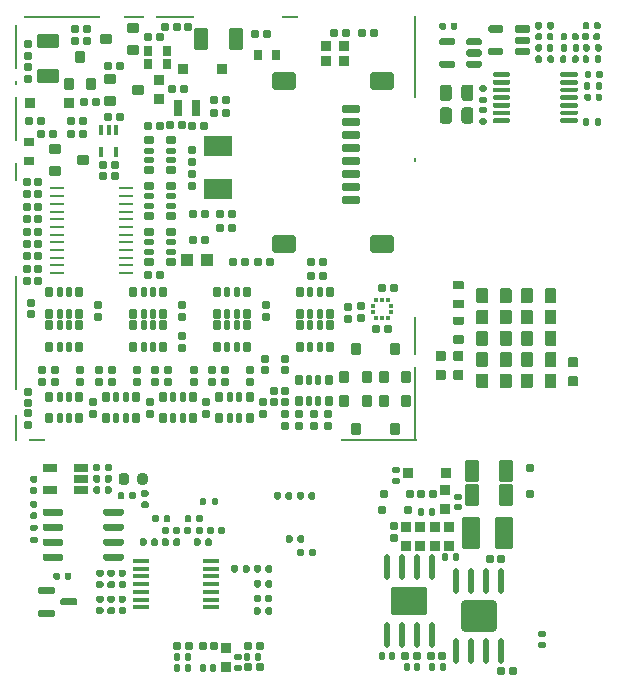
<source format=gbp>
G75*
G70*
%OFA0B0*%
%FSLAX25Y25*%
%IPPOS*%
%LPD*%
%AMOC8*
5,1,8,0,0,1.08239X$1,22.5*
%
%AMM11*
21,1,0.023620,0.018900,0.000000,0.000000,90.000000*
21,1,0.018900,0.023620,0.000000,0.000000,90.000000*
1,1,0.004720,0.009450,0.009450*
1,1,0.004720,0.009450,-0.009450*
1,1,0.004720,-0.009450,-0.009450*
1,1,0.004720,-0.009450,0.009450*
%
%AMM12*
21,1,0.019680,0.019680,0.000000,0.000000,0.000000*
21,1,0.015750,0.023620,0.000000,0.000000,0.000000*
1,1,0.003940,0.007870,-0.009840*
1,1,0.003940,-0.007870,-0.009840*
1,1,0.003940,-0.007870,0.009840*
1,1,0.003940,0.007870,0.009840*
%
%AMM13*
21,1,0.019680,0.019680,0.000000,0.000000,270.000000*
21,1,0.015750,0.023620,0.000000,0.000000,270.000000*
1,1,0.003940,-0.009840,-0.007870*
1,1,0.003940,-0.009840,0.007870*
1,1,0.003940,0.009840,0.007870*
1,1,0.003940,0.009840,-0.007870*
%
%AMM27*
21,1,0.023620,0.018900,0.000000,0.000000,0.000000*
21,1,0.018900,0.023620,0.000000,0.000000,0.000000*
1,1,0.004720,0.009450,-0.009450*
1,1,0.004720,-0.009450,-0.009450*
1,1,0.004720,-0.009450,0.009450*
1,1,0.004720,0.009450,0.009450*
%
%AMM28*
21,1,0.106300,0.050390,0.000000,0.000000,90.000000*
21,1,0.093700,0.062990,0.000000,0.000000,90.000000*
1,1,0.012600,0.025200,0.046850*
1,1,0.012600,0.025200,-0.046850*
1,1,0.012600,-0.025200,-0.046850*
1,1,0.012600,-0.025200,0.046850*
%
%AMM29*
21,1,0.033470,0.026770,0.000000,0.000000,270.000000*
21,1,0.026770,0.033470,0.000000,0.000000,270.000000*
1,1,0.006690,-0.013390,-0.013390*
1,1,0.006690,-0.013390,0.013390*
1,1,0.006690,0.013390,0.013390*
1,1,0.006690,0.013390,-0.013390*
%
%AMM30*
21,1,0.122050,0.075590,0.000000,0.000000,180.000000*
21,1,0.103150,0.094490,0.000000,0.000000,180.000000*
1,1,0.018900,-0.051580,0.037800*
1,1,0.018900,0.051580,0.037800*
1,1,0.018900,0.051580,-0.037800*
1,1,0.018900,-0.051580,-0.037800*
%
%AMM31*
21,1,0.118110,0.083460,0.000000,0.000000,0.000000*
21,1,0.097240,0.104330,0.000000,0.000000,0.000000*
1,1,0.020870,0.048620,-0.041730*
1,1,0.020870,-0.048620,-0.041730*
1,1,0.020870,-0.048620,0.041730*
1,1,0.020870,0.048620,0.041730*
%
%AMM37*
21,1,0.023620,0.018900,0.000000,0.000000,180.000000*
21,1,0.018900,0.023620,0.000000,0.000000,180.000000*
1,1,0.004720,-0.009450,0.009450*
1,1,0.004720,0.009450,0.009450*
1,1,0.004720,0.009450,-0.009450*
1,1,0.004720,-0.009450,-0.009450*
%
%AMM39*
21,1,0.025590,0.026380,0.000000,0.000000,270.000000*
21,1,0.020470,0.031500,0.000000,0.000000,270.000000*
1,1,0.005120,-0.013190,-0.010240*
1,1,0.005120,-0.013190,0.010240*
1,1,0.005120,0.013190,0.010240*
1,1,0.005120,0.013190,-0.010240*
%
%AMM40*
21,1,0.017720,0.027950,0.000000,0.000000,270.000000*
21,1,0.014170,0.031500,0.000000,0.000000,270.000000*
1,1,0.003540,-0.013980,-0.007090*
1,1,0.003540,-0.013980,0.007090*
1,1,0.003540,0.013980,0.007090*
1,1,0.003540,0.013980,-0.007090*
%
%AMM43*
21,1,0.027560,0.018900,0.000000,0.000000,90.000000*
21,1,0.022840,0.023620,0.000000,0.000000,90.000000*
1,1,0.004720,0.009450,0.011420*
1,1,0.004720,0.009450,-0.011420*
1,1,0.004720,-0.009450,-0.011420*
1,1,0.004720,-0.009450,0.011420*
%
%AMM45*
21,1,0.027560,0.018900,0.000000,0.000000,180.000000*
21,1,0.022840,0.023620,0.000000,0.000000,180.000000*
1,1,0.004720,-0.011420,0.009450*
1,1,0.004720,0.011420,0.009450*
1,1,0.004720,0.011420,-0.009450*
1,1,0.004720,-0.011420,-0.009450*
%
%AMM47*
21,1,0.035430,0.030320,0.000000,0.000000,270.000000*
21,1,0.028350,0.037400,0.000000,0.000000,270.000000*
1,1,0.007090,-0.015160,-0.014170*
1,1,0.007090,-0.015160,0.014170*
1,1,0.007090,0.015160,0.014170*
1,1,0.007090,0.015160,-0.014170*
%
%AMM50*
21,1,0.027560,0.030710,0.000000,0.000000,0.000000*
21,1,0.022050,0.036220,0.000000,0.000000,0.000000*
1,1,0.005510,0.011020,-0.015350*
1,1,0.005510,-0.011020,-0.015350*
1,1,0.005510,-0.011020,0.015350*
1,1,0.005510,0.011020,0.015350*
%
%AMM7*
21,1,0.035830,0.026770,0.000000,0.000000,0.000000*
21,1,0.029130,0.033470,0.000000,0.000000,0.000000*
1,1,0.006690,0.014570,-0.013390*
1,1,0.006690,-0.014570,-0.013390*
1,1,0.006690,-0.014570,0.013390*
1,1,0.006690,0.014570,0.013390*
%
%AMM71*
21,1,0.033470,0.026770,0.000000,0.000000,90.000000*
21,1,0.026770,0.033470,0.000000,0.000000,90.000000*
1,1,0.006690,0.013390,0.013390*
1,1,0.006690,0.013390,-0.013390*
1,1,0.006690,-0.013390,-0.013390*
1,1,0.006690,-0.013390,0.013390*
%
%AMM72*
21,1,0.025590,0.026380,0.000000,0.000000,0.000000*
21,1,0.020470,0.031500,0.000000,0.000000,0.000000*
1,1,0.005120,0.010240,-0.013190*
1,1,0.005120,-0.010240,-0.013190*
1,1,0.005120,-0.010240,0.013190*
1,1,0.005120,0.010240,0.013190*
%
%AMM73*
21,1,0.017720,0.027950,0.000000,0.000000,0.000000*
21,1,0.014170,0.031500,0.000000,0.000000,0.000000*
1,1,0.003540,0.007090,-0.013980*
1,1,0.003540,-0.007090,-0.013980*
1,1,0.003540,-0.007090,0.013980*
1,1,0.003540,0.007090,0.013980*
%
%AMM74*
21,1,0.078740,0.045670,0.000000,0.000000,180.000000*
21,1,0.067320,0.057090,0.000000,0.000000,180.000000*
1,1,0.011420,-0.033660,0.022840*
1,1,0.011420,0.033660,0.022840*
1,1,0.011420,0.033660,-0.022840*
1,1,0.011420,-0.033660,-0.022840*
%
%AMM75*
21,1,0.059060,0.020470,0.000000,0.000000,180.000000*
21,1,0.053940,0.025590,0.000000,0.000000,180.000000*
1,1,0.005120,-0.026970,0.010240*
1,1,0.005120,0.026970,0.010240*
1,1,0.005120,0.026970,-0.010240*
1,1,0.005120,-0.026970,-0.010240*
%
%AMM76*
21,1,0.035430,0.030320,0.000000,0.000000,180.000000*
21,1,0.028350,0.037400,0.000000,0.000000,180.000000*
1,1,0.007090,-0.014170,0.015160*
1,1,0.007090,0.014170,0.015160*
1,1,0.007090,0.014170,-0.015160*
1,1,0.007090,-0.014170,-0.015160*
%
%AMM77*
21,1,0.012600,0.028980,0.000000,0.000000,180.000000*
21,1,0.010080,0.031500,0.000000,0.000000,180.000000*
1,1,0.002520,-0.005040,0.014490*
1,1,0.002520,0.005040,0.014490*
1,1,0.002520,0.005040,-0.014490*
1,1,0.002520,-0.005040,-0.014490*
%
%AMM78*
21,1,0.070870,0.036220,0.000000,0.000000,0.000000*
21,1,0.061810,0.045280,0.000000,0.000000,0.000000*
1,1,0.009060,0.030910,-0.018110*
1,1,0.009060,-0.030910,-0.018110*
1,1,0.009060,-0.030910,0.018110*
1,1,0.009060,0.030910,0.018110*
%
%AMM79*
21,1,0.027560,0.049610,0.000000,0.000000,0.000000*
21,1,0.022050,0.055120,0.000000,0.000000,0.000000*
1,1,0.005510,0.011020,-0.024800*
1,1,0.005510,-0.011020,-0.024800*
1,1,0.005510,-0.011020,0.024800*
1,1,0.005510,0.011020,0.024800*
%
%AMM8*
21,1,0.070870,0.036220,0.000000,0.000000,90.000000*
21,1,0.061810,0.045280,0.000000,0.000000,90.000000*
1,1,0.009060,0.018110,0.030910*
1,1,0.009060,0.018110,-0.030910*
1,1,0.009060,-0.018110,-0.030910*
1,1,0.009060,-0.018110,0.030910*
%
%AMM80*
21,1,0.027560,0.030710,0.000000,0.000000,90.000000*
21,1,0.022050,0.036220,0.000000,0.000000,90.000000*
1,1,0.005510,0.015350,0.011020*
1,1,0.005510,0.015350,-0.011020*
1,1,0.005510,-0.015350,-0.011020*
1,1,0.005510,-0.015350,0.011020*
%
%AMM9*
21,1,0.033470,0.026770,0.000000,0.000000,0.000000*
21,1,0.026770,0.033470,0.000000,0.000000,0.000000*
1,1,0.006690,0.013390,-0.013390*
1,1,0.006690,-0.013390,-0.013390*
1,1,0.006690,-0.013390,0.013390*
1,1,0.006690,0.013390,0.013390*
%
%ADD117M27*%
%ADD118M28*%
%ADD119M29*%
%ADD120O,0.01968X0.08661*%
%ADD121M30*%
%ADD122M31*%
%ADD130M37*%
%ADD147R,0.05709X0.01772*%
%ADD148R,0.04803X0.02559*%
%ADD149M39*%
%ADD150M40*%
%ADD156M43*%
%ADD160M45*%
%ADD162M47*%
%ADD166M50*%
%ADD201M71*%
%ADD202M72*%
%ADD203M73*%
%ADD204M74*%
%ADD205M75*%
%ADD206M76*%
%ADD207R,0.01378X0.01476*%
%ADD209M77*%
%ADD210O,0.04961X0.00984*%
%ADD211M78*%
%ADD212R,0.09449X0.06693*%
%ADD213R,0.01476X0.01378*%
%ADD214M79*%
%ADD215R,0.03937X0.04331*%
%ADD216M80*%
%ADD44R,0.00787X0.14567*%
%ADD45R,0.00787X0.01575*%
%ADD46R,0.00787X0.06299*%
%ADD47R,0.00787X0.38189*%
%ADD48R,0.00787X0.09055*%
%ADD49R,0.05512X0.00787*%
%ADD50R,0.25197X0.00787*%
%ADD51R,0.06693X0.00787*%
%ADD52R,0.12992X0.00787*%
%ADD53R,0.00787X0.27559*%
%ADD54R,0.00787X0.12992*%
%ADD55R,0.00787X0.24803*%
%ADD90M7*%
%ADD91M8*%
%ADD92M9*%
%ADD94M11*%
%ADD95M12*%
%ADD96M13*%
X0000000Y0000000D02*
%LPD*%
G01*
X0568110Y0130709D02*
G01*
G75*
D90*
X0598025Y0207087D02*
D03*
X0585033Y0207087D02*
D03*
D91*
X0617885Y0207481D02*
D03*
X0606468Y0207481D02*
D03*
X0617885Y0199449D02*
D03*
X0606468Y0199449D02*
D03*
D94*
X0580512Y0185433D02*
D03*
X0580512Y0189370D02*
D03*
X0577165Y0200000D02*
D03*
X0585827Y0200000D02*
D03*
X0576378Y0194752D02*
D03*
X0585039Y0194752D02*
D03*
D95*
X0588265Y0142126D02*
D03*
X0584721Y0142126D02*
D03*
X0597656Y0178859D02*
D03*
X0601200Y0178859D02*
D03*
X0589659Y0193964D02*
D03*
X0593202Y0193964D02*
D03*
X0596883Y0142126D02*
D03*
X0593340Y0142126D02*
D03*
X0576378Y0146063D02*
D03*
X0579921Y0146063D02*
D03*
D96*
X0601863Y0195539D02*
D03*
X0601863Y0199083D02*
D03*
X0581096Y0207941D02*
D03*
X0581096Y0204397D02*
D03*
X0629860Y0149624D02*
D03*
X0629860Y0153168D02*
D03*
D117*
X0625984Y0208662D02*
D03*
X0625984Y0200000D02*
D03*
X0588068Y0146063D02*
D03*
X0584131Y0146063D02*
D03*
X0592749Y0146063D02*
D03*
X0596686Y0146063D02*
D03*
X0589462Y0200000D02*
D03*
X0593399Y0200000D02*
D03*
X0612395Y0178386D02*
D03*
X0616332Y0178386D02*
D03*
X0620171Y0140945D02*
D03*
X0616233Y0140945D02*
D03*
D118*
X0617323Y0187008D02*
D03*
X0606299Y0187008D02*
D03*
D119*
X0584645Y0182685D02*
D03*
X0584645Y0188905D02*
D03*
X0598739Y0182685D02*
D03*
X0598739Y0188905D02*
D03*
X0594048Y0182685D02*
D03*
X0594048Y0188905D02*
D03*
X0589356Y0182685D02*
D03*
X0589356Y0188905D02*
D03*
X0597558Y0194929D02*
D03*
X0597558Y0201150D02*
D03*
D120*
X0593182Y0152823D02*
D03*
X0588182Y0152823D02*
D03*
X0583182Y0152823D02*
D03*
X0578182Y0152823D02*
D03*
X0593182Y0175460D02*
D03*
X0588182Y0175460D02*
D03*
X0583182Y0175460D02*
D03*
X0578182Y0175460D02*
D03*
X0616249Y0147540D02*
D03*
X0611249Y0147540D02*
D03*
X0606249Y0147540D02*
D03*
X0601249Y0147540D02*
D03*
X0616249Y0170965D02*
D03*
X0611249Y0170965D02*
D03*
X0606249Y0170965D02*
D03*
X0601249Y0170965D02*
D03*
D121*
X0585682Y0164141D02*
D03*
D122*
X0608749Y0159252D02*
D03*
X0503819Y0139173D02*
G01*
G75*
D130*
X0531772Y0149409D02*
D03*
X0535709Y0149409D02*
D03*
X0520649Y0149409D02*
D03*
X0516712Y0149409D02*
D03*
X0512283Y0149409D02*
D03*
X0508346Y0149409D02*
D03*
X0531772Y0142126D02*
D03*
X0535709Y0142126D02*
D03*
D96*
X0528387Y0141929D02*
D03*
X0528387Y0145472D02*
D03*
D119*
X0524502Y0148642D02*
D03*
X0524502Y0142421D02*
D03*
D95*
X0511890Y0145472D02*
D03*
X0508347Y0145472D02*
D03*
X0520256Y0141929D02*
D03*
X0516713Y0141929D02*
D03*
X0535118Y0145530D02*
D03*
X0531575Y0145530D02*
D03*
X0508347Y0141929D02*
D03*
X0511890Y0141929D02*
D03*
X0592913Y0320669D02*
%LPD*%
G01*
G36*
G01*
X0609842Y0351263D02*
X0609842Y0350082D01*
G75*
G02*
X0609252Y0349491I-000591J0000000D01*
G01*
X0605216Y0349491D01*
G75*
G02*
X0604626Y0350082I0000000J0000591D01*
G01*
X0604626Y0351263D01*
G75*
G02*
X0605216Y0351853I0000591J0000000D01*
G01*
X0609252Y0351853D01*
G75*
G02*
X0609842Y0351263I0000000J-000591D01*
G01*
G37*
G36*
G01*
X0609842Y0347522D02*
X0609842Y0346341D01*
G75*
G02*
X0609252Y0345751I-000591J0000000D01*
G01*
X0605216Y0345751D01*
G75*
G02*
X0604626Y0346341I0000000J0000591D01*
G01*
X0604626Y0347522D01*
G75*
G02*
X0605216Y0348113I0000591J0000000D01*
G01*
X0609252Y0348113D01*
G75*
G02*
X0609842Y0347522I0000000J-000591D01*
G01*
G37*
G36*
G01*
X0609842Y0343782D02*
X0609842Y0342601D01*
G75*
G02*
X0609252Y0342011I-000591J0000000D01*
G01*
X0605216Y0342011D01*
G75*
G02*
X0604626Y0342601I0000000J0000591D01*
G01*
X0604626Y0343782D01*
G75*
G02*
X0605216Y0344373I0000591J0000000D01*
G01*
X0609252Y0344373D01*
G75*
G02*
X0609842Y0343782I0000000J-000591D01*
G01*
G37*
G36*
G01*
X0600885Y0343782D02*
X0600885Y0342601D01*
G75*
G02*
X0600295Y0342011I-000591J0000000D01*
G01*
X0596259Y0342011D01*
G75*
G02*
X0595669Y0342601I0000000J0000591D01*
G01*
X0595669Y0343782D01*
G75*
G02*
X0596259Y0344373I0000591J0000000D01*
G01*
X0600295Y0344373D01*
G75*
G02*
X0600885Y0343782I0000000J-000591D01*
G01*
G37*
G36*
G01*
X0600885Y0351263D02*
X0600885Y0350082D01*
G75*
G02*
X0600295Y0349491I-000591J0000000D01*
G01*
X0596259Y0349491D01*
G75*
G02*
X0595669Y0350082I0000000J0000591D01*
G01*
X0595669Y0351263D01*
G75*
G02*
X0596259Y0351853I0000591J0000000D01*
G01*
X0600295Y0351853D01*
G75*
G02*
X0600885Y0351263I0000000J-000591D01*
G01*
G37*
G36*
G01*
X0609567Y0328976D02*
X0610905Y0328976D01*
G75*
G02*
X0611456Y0328425I0000000J-000551D01*
G01*
X0611456Y0327323D01*
G75*
G02*
X0610905Y0326771I-000551J0000000D01*
G01*
X0609567Y0326771D01*
G75*
G02*
X0609015Y0327323I0000000J0000551D01*
G01*
X0609015Y0328425D01*
G75*
G02*
X0609567Y0328976I0000551J0000000D01*
G01*
G37*
G36*
G01*
X0609567Y0325197D02*
X0610905Y0325197D01*
G75*
G02*
X0611456Y0324645I0000000J-000551D01*
G01*
X0611456Y0323543D01*
G75*
G02*
X0610905Y0322992I-000551J0000000D01*
G01*
X0609567Y0322992D01*
G75*
G02*
X0609015Y0323543I0000000J0000551D01*
G01*
X0609015Y0324645D01*
G75*
G02*
X0609567Y0325197I0000551J0000000D01*
G01*
G37*
G36*
G01*
X0636082Y0351693D02*
X0636082Y0353031D01*
G75*
G02*
X0636633Y0353582I0000551J0000000D01*
G01*
X0637736Y0353582D01*
G75*
G02*
X0638287Y0353031I0000000J-000551D01*
G01*
X0638287Y0351693D01*
G75*
G02*
X0637736Y0351141I-000551J0000000D01*
G01*
X0636633Y0351141D01*
G75*
G02*
X0636082Y0351693I0000000J0000551D01*
G01*
G37*
G36*
G01*
X0639862Y0351693D02*
X0639862Y0353031D01*
G75*
G02*
X0640413Y0353582I0000551J0000000D01*
G01*
X0641515Y0353582D01*
G75*
G02*
X0642067Y0353031I0000000J-000551D01*
G01*
X0642067Y0351693D01*
G75*
G02*
X0641515Y0351141I-000551J0000000D01*
G01*
X0640413Y0351141D01*
G75*
G02*
X0639862Y0351693I0000000J0000551D01*
G01*
G37*
G36*
G01*
X0649429Y0356693D02*
X0649429Y0355354D01*
G75*
G02*
X0648878Y0354803I-000551J0000000D01*
G01*
X0647775Y0354803D01*
G75*
G02*
X0647224Y0355354I0000000J0000551D01*
G01*
X0647224Y0356693D01*
G75*
G02*
X0647775Y0357244I0000551J0000000D01*
G01*
X0648878Y0357244D01*
G75*
G02*
X0649429Y0356693I0000000J-000551D01*
G01*
G37*
G36*
G01*
X0645649Y0356693D02*
X0645649Y0355354D01*
G75*
G02*
X0645098Y0354803I-000551J0000000D01*
G01*
X0643996Y0354803D01*
G75*
G02*
X0643444Y0355354I0000000J0000551D01*
G01*
X0643444Y0356693D01*
G75*
G02*
X0643996Y0357244I0000551J0000000D01*
G01*
X0645098Y0357244D01*
G75*
G02*
X0645649Y0356693I0000000J-000551D01*
G01*
G37*
G36*
G01*
X0627677Y0347952D02*
X0627677Y0349291D01*
G75*
G02*
X0628228Y0349842I0000551J0000000D01*
G01*
X0629330Y0349842D01*
G75*
G02*
X0629882Y0349291I0000000J-000551D01*
G01*
X0629882Y0347952D01*
G75*
G02*
X0629330Y0347401I-000551J0000000D01*
G01*
X0628228Y0347401D01*
G75*
G02*
X0627677Y0347952I0000000J0000551D01*
G01*
G37*
G36*
G01*
X0631456Y0347952D02*
X0631456Y0349291D01*
G75*
G02*
X0632007Y0349842I0000551J0000000D01*
G01*
X0633110Y0349842D01*
G75*
G02*
X0633661Y0349291I0000000J-000551D01*
G01*
X0633661Y0347952D01*
G75*
G02*
X0633110Y0347401I-000551J0000000D01*
G01*
X0632007Y0347401D01*
G75*
G02*
X0631456Y0347952I0000000J0000551D01*
G01*
G37*
G36*
G01*
X0649232Y0353031D02*
X0649232Y0351693D01*
G75*
G02*
X0648681Y0351141I-000551J0000000D01*
G01*
X0647578Y0351141D01*
G75*
G02*
X0647027Y0351693I0000000J0000551D01*
G01*
X0647027Y0353031D01*
G75*
G02*
X0647578Y0353582I0000551J0000000D01*
G01*
X0648681Y0353582D01*
G75*
G02*
X0649232Y0353031I0000000J-000551D01*
G01*
G37*
G36*
G01*
X0645452Y0353031D02*
X0645452Y0351693D01*
G75*
G02*
X0644901Y0351141I-000551J0000000D01*
G01*
X0643799Y0351141D01*
G75*
G02*
X0643248Y0351693I0000000J0000551D01*
G01*
X0643248Y0353031D01*
G75*
G02*
X0643799Y0353582I0000551J0000000D01*
G01*
X0644901Y0353582D01*
G75*
G02*
X0645452Y0353031I0000000J-000551D01*
G01*
G37*
G36*
G01*
X0643956Y0331515D02*
X0643956Y0332854D01*
G75*
G02*
X0644507Y0333405I0000551J0000000D01*
G01*
X0645610Y0333405D01*
G75*
G02*
X0646161Y0332854I0000000J-000551D01*
G01*
X0646161Y0331515D01*
G75*
G02*
X0645610Y0330964I-000551J0000000D01*
G01*
X0644507Y0330964D01*
G75*
G02*
X0643956Y0331515I0000000J0000551D01*
G01*
G37*
G36*
G01*
X0647736Y0331515D02*
X0647736Y0332854D01*
G75*
G02*
X0648287Y0333405I0000551J0000000D01*
G01*
X0649389Y0333405D01*
G75*
G02*
X0649941Y0332854I0000000J-000551D01*
G01*
X0649941Y0331515D01*
G75*
G02*
X0649389Y0330964I-000551J0000000D01*
G01*
X0648287Y0330964D01*
G75*
G02*
X0647736Y0331515I0000000J0000551D01*
G01*
G37*
G36*
G01*
X0613447Y0324015D02*
X0613447Y0324803D01*
G75*
G02*
X0613841Y0325197I0000394J0000000D01*
G01*
X0618861Y0325197D01*
G75*
G02*
X0619254Y0324803I0000000J-000394D01*
G01*
X0619254Y0324015D01*
G75*
G02*
X0618861Y0323622I-000394J0000000D01*
G01*
X0613841Y0323622D01*
G75*
G02*
X0613447Y0324015I0000000J0000394D01*
G01*
G37*
G36*
G01*
X0613447Y0326575D02*
X0613447Y0327362D01*
G75*
G02*
X0613841Y0327756I0000394J0000000D01*
G01*
X0618861Y0327756D01*
G75*
G02*
X0619254Y0327362I0000000J-000394D01*
G01*
X0619254Y0326575D01*
G75*
G02*
X0618861Y0326181I-000394J0000000D01*
G01*
X0613841Y0326181D01*
G75*
G02*
X0613447Y0326575I0000000J0000394D01*
G01*
G37*
G36*
G01*
X0613447Y0329134D02*
X0613447Y0329921D01*
G75*
G02*
X0613841Y0330315I0000394J0000000D01*
G01*
X0618861Y0330315D01*
G75*
G02*
X0619254Y0329921I0000000J-000394D01*
G01*
X0619254Y0329134D01*
G75*
G02*
X0618861Y0328740I-000394J0000000D01*
G01*
X0613841Y0328740D01*
G75*
G02*
X0613447Y0329134I0000000J0000394D01*
G01*
G37*
G36*
G01*
X0613447Y0331693D02*
X0613447Y0332480D01*
G75*
G02*
X0613841Y0332874I0000394J0000000D01*
G01*
X0618861Y0332874D01*
G75*
G02*
X0619254Y0332480I0000000J-000394D01*
G01*
X0619254Y0331693D01*
G75*
G02*
X0618861Y0331299I-000394J0000000D01*
G01*
X0613841Y0331299D01*
G75*
G02*
X0613447Y0331693I0000000J0000394D01*
G01*
G37*
G36*
G01*
X0613447Y0334252D02*
X0613447Y0335039D01*
G75*
G02*
X0613841Y0335433I0000394J0000000D01*
G01*
X0618861Y0335433D01*
G75*
G02*
X0619254Y0335039I0000000J-000394D01*
G01*
X0619254Y0334252D01*
G75*
G02*
X0618861Y0333858I-000394J0000000D01*
G01*
X0613841Y0333858D01*
G75*
G02*
X0613447Y0334252I0000000J0000394D01*
G01*
G37*
G36*
G01*
X0613447Y0336811D02*
X0613447Y0337598D01*
G75*
G02*
X0613841Y0337992I0000394J0000000D01*
G01*
X0618861Y0337992D01*
G75*
G02*
X0619254Y0337598I0000000J-000394D01*
G01*
X0619254Y0336811D01*
G75*
G02*
X0618861Y0336417I-000394J0000000D01*
G01*
X0613841Y0336417D01*
G75*
G02*
X0613447Y0336811I0000000J0000394D01*
G01*
G37*
G36*
G01*
X0613447Y0339370D02*
X0613447Y0340157D01*
G75*
G02*
X0613841Y0340551I0000394J0000000D01*
G01*
X0618861Y0340551D01*
G75*
G02*
X0619254Y0340157I0000000J-000394D01*
G01*
X0619254Y0339370D01*
G75*
G02*
X0618861Y0338976I-000394J0000000D01*
G01*
X0613841Y0338976D01*
G75*
G02*
X0613447Y0339370I0000000J0000394D01*
G01*
G37*
G36*
G01*
X0635987Y0339370D02*
X0635987Y0340157D01*
G75*
G02*
X0636380Y0340551I0000394J0000000D01*
G01*
X0641400Y0340551D01*
G75*
G02*
X0641794Y0340157I0000000J-000394D01*
G01*
X0641794Y0339370D01*
G75*
G02*
X0641400Y0338976I-000394J0000000D01*
G01*
X0636380Y0338976D01*
G75*
G02*
X0635987Y0339370I0000000J0000394D01*
G01*
G37*
G36*
G01*
X0635987Y0336811D02*
X0635987Y0337598D01*
G75*
G02*
X0636380Y0337992I0000394J0000000D01*
G01*
X0641400Y0337992D01*
G75*
G02*
X0641794Y0337598I0000000J-000394D01*
G01*
X0641794Y0336811D01*
G75*
G02*
X0641400Y0336417I-000394J0000000D01*
G01*
X0636380Y0336417D01*
G75*
G02*
X0635987Y0336811I0000000J0000394D01*
G01*
G37*
G36*
G01*
X0635987Y0334252D02*
X0635987Y0335039D01*
G75*
G02*
X0636380Y0335433I0000394J0000000D01*
G01*
X0641400Y0335433D01*
G75*
G02*
X0641794Y0335039I0000000J-000394D01*
G01*
X0641794Y0334252D01*
G75*
G02*
X0641400Y0333858I-000394J0000000D01*
G01*
X0636380Y0333858D01*
G75*
G02*
X0635987Y0334252I0000000J0000394D01*
G01*
G37*
G36*
G01*
X0635987Y0331693D02*
X0635987Y0332480D01*
G75*
G02*
X0636380Y0332874I0000394J0000000D01*
G01*
X0641400Y0332874D01*
G75*
G02*
X0641794Y0332480I0000000J-000394D01*
G01*
X0641794Y0331693D01*
G75*
G02*
X0641400Y0331299I-000394J0000000D01*
G01*
X0636380Y0331299D01*
G75*
G02*
X0635987Y0331693I0000000J0000394D01*
G01*
G37*
G36*
G01*
X0635987Y0329134D02*
X0635987Y0329921D01*
G75*
G02*
X0636380Y0330315I0000394J0000000D01*
G01*
X0641400Y0330315D01*
G75*
G02*
X0641794Y0329921I0000000J-000394D01*
G01*
X0641794Y0329134D01*
G75*
G02*
X0641400Y0328740I-000394J0000000D01*
G01*
X0636380Y0328740D01*
G75*
G02*
X0635987Y0329134I0000000J0000394D01*
G01*
G37*
G36*
G01*
X0635987Y0326575D02*
X0635987Y0327362D01*
G75*
G02*
X0636380Y0327756I0000394J0000000D01*
G01*
X0641400Y0327756D01*
G75*
G02*
X0641794Y0327362I0000000J-000394D01*
G01*
X0641794Y0326575D01*
G75*
G02*
X0641400Y0326181I-000394J0000000D01*
G01*
X0636380Y0326181D01*
G75*
G02*
X0635987Y0326575I0000000J0000394D01*
G01*
G37*
G36*
G01*
X0635987Y0324015D02*
X0635987Y0324803D01*
G75*
G02*
X0636380Y0325197I0000394J0000000D01*
G01*
X0641400Y0325197D01*
G75*
G02*
X0641794Y0324803I0000000J-000394D01*
G01*
X0641794Y0324015D01*
G75*
G02*
X0641400Y0323622I-000394J0000000D01*
G01*
X0636380Y0323622D01*
G75*
G02*
X0635987Y0324015I0000000J0000394D01*
G01*
G37*
G36*
G01*
X0595804Y0331886D02*
X0595804Y0335429D01*
G75*
G02*
X0596788Y0336413I0000984J0000000D01*
G01*
X0598855Y0336413D01*
G75*
G02*
X0599839Y0335429I0000000J-000984D01*
G01*
X0599839Y0331886D01*
G75*
G02*
X0598855Y0330901I-000984J0000000D01*
G01*
X0596788Y0330901D01*
G75*
G02*
X0595804Y0331886I0000000J0000984D01*
G01*
G37*
G36*
G01*
X0602989Y0331886D02*
X0602989Y0335429D01*
G75*
G02*
X0603973Y0336413I0000984J0000000D01*
G01*
X0606040Y0336413D01*
G75*
G02*
X0607024Y0335429I0000000J-000984D01*
G01*
X0607024Y0331886D01*
G75*
G02*
X0606040Y0330901I-000984J0000000D01*
G01*
X0603973Y0330901D01*
G75*
G02*
X0602989Y0331886I0000000J0000984D01*
G01*
G37*
G36*
G01*
X0642047Y0345610D02*
X0642047Y0344153D01*
G75*
G02*
X0641515Y0343622I-000531J0000000D01*
G01*
X0640452Y0343622D01*
G75*
G02*
X0639921Y0344153I0000000J0000531D01*
G01*
X0639921Y0345610D01*
G75*
G02*
X0640452Y0346141I0000531J0000000D01*
G01*
X0641515Y0346141D01*
G75*
G02*
X0642047Y0345610I0000000J-000531D01*
G01*
G37*
G36*
G01*
X0638031Y0345610D02*
X0638031Y0344153D01*
G75*
G02*
X0637500Y0343622I-000531J0000000D01*
G01*
X0636437Y0343622D01*
G75*
G02*
X0635905Y0344153I0000000J0000531D01*
G01*
X0635905Y0345610D01*
G75*
G02*
X0636437Y0346141I0000531J0000000D01*
G01*
X0637500Y0346141D01*
G75*
G02*
X0638031Y0345610I0000000J-000531D01*
G01*
G37*
G36*
G01*
X0601614Y0356535D02*
X0601614Y0355197D01*
G75*
G02*
X0601063Y0354645I-000551J0000000D01*
G01*
X0599960Y0354645D01*
G75*
G02*
X0599409Y0355197I0000000J0000551D01*
G01*
X0599409Y0356535D01*
G75*
G02*
X0599960Y0357086I0000551J0000000D01*
G01*
X0601063Y0357086D01*
G75*
G02*
X0601614Y0356535I0000000J-000551D01*
G01*
G37*
G36*
G01*
X0597834Y0356535D02*
X0597834Y0355197D01*
G75*
G02*
X0597283Y0354645I-000551J0000000D01*
G01*
X0596181Y0354645D01*
G75*
G02*
X0595630Y0355197I0000000J0000551D01*
G01*
X0595630Y0356535D01*
G75*
G02*
X0596181Y0357086I0000551J0000000D01*
G01*
X0597283Y0357086D01*
G75*
G02*
X0597834Y0356535I0000000J-000551D01*
G01*
G37*
G36*
G01*
X0649724Y0349350D02*
X0649724Y0347893D01*
G75*
G02*
X0649193Y0347362I-000531J0000000D01*
G01*
X0648130Y0347362D01*
G75*
G02*
X0647598Y0347893I0000000J0000531D01*
G01*
X0647598Y0349350D01*
G75*
G02*
X0648130Y0349882I0000531J0000000D01*
G01*
X0649193Y0349882D01*
G75*
G02*
X0649724Y0349350I0000000J-000531D01*
G01*
G37*
G36*
G01*
X0645708Y0349350D02*
X0645708Y0347893D01*
G75*
G02*
X0645177Y0347362I-000531J0000000D01*
G01*
X0644114Y0347362D01*
G75*
G02*
X0643582Y0347893I0000000J0000531D01*
G01*
X0643582Y0349350D01*
G75*
G02*
X0644114Y0349882I0000531J0000000D01*
G01*
X0645177Y0349882D01*
G75*
G02*
X0645708Y0349350I0000000J-000531D01*
G01*
G37*
G36*
G01*
X0633791Y0345610D02*
X0633791Y0344154D01*
G75*
G02*
X0633259Y0343622I-000531J0000000D01*
G01*
X0632196Y0343622D01*
G75*
G02*
X0631665Y0344154I0000000J0000531D01*
G01*
X0631665Y0345610D01*
G75*
G02*
X0632196Y0346142I0000531J0000000D01*
G01*
X0633259Y0346142D01*
G75*
G02*
X0633791Y0345610I0000000J-000531D01*
G01*
G37*
G36*
G01*
X0629775Y0345610D02*
X0629775Y0344154D01*
G75*
G02*
X0629243Y0343622I-000531J0000000D01*
G01*
X0628180Y0343622D01*
G75*
G02*
X0627649Y0344154I0000000J0000531D01*
G01*
X0627649Y0345610D01*
G75*
G02*
X0628180Y0346142I0000531J0000000D01*
G01*
X0629243Y0346142D01*
G75*
G02*
X0629775Y0345610I0000000J-000531D01*
G01*
G37*
G36*
G01*
X0607024Y0327854D02*
X0607024Y0324311D01*
G75*
G02*
X0606040Y0323326I-000984J0000000D01*
G01*
X0603973Y0323326D01*
G75*
G02*
X0602989Y0324311I0000000J0000984D01*
G01*
X0602989Y0327854D01*
G75*
G02*
X0603973Y0328838I0000984J0000000D01*
G01*
X0606040Y0328838D01*
G75*
G02*
X0607024Y0327854I0000000J-000984D01*
G01*
G37*
G36*
G01*
X0599839Y0327854D02*
X0599839Y0324311D01*
G75*
G02*
X0598855Y0323326I-000984J0000000D01*
G01*
X0596788Y0323326D01*
G75*
G02*
X0595804Y0324311I0000000J0000984D01*
G01*
X0595804Y0327854D01*
G75*
G02*
X0596788Y0328838I0000984J0000000D01*
G01*
X0598855Y0328838D01*
G75*
G02*
X0599839Y0327854I0000000J-000984D01*
G01*
G37*
G36*
G01*
X0633740Y0356752D02*
X0633740Y0355295D01*
G75*
G02*
X0633208Y0354763I-000531J0000000D01*
G01*
X0632145Y0354763D01*
G75*
G02*
X0631614Y0355295I0000000J0000531D01*
G01*
X0631614Y0356752D01*
G75*
G02*
X0632145Y0357283I0000531J0000000D01*
G01*
X0633208Y0357283D01*
G75*
G02*
X0633740Y0356752I0000000J-000531D01*
G01*
G37*
G36*
G01*
X0629724Y0356752D02*
X0629724Y0355295D01*
G75*
G02*
X0629193Y0354763I-000531J0000000D01*
G01*
X0628130Y0354763D01*
G75*
G02*
X0627598Y0355295I0000000J0000531D01*
G01*
X0627598Y0356752D01*
G75*
G02*
X0628130Y0357283I0000531J0000000D01*
G01*
X0629193Y0357283D01*
G75*
G02*
X0629724Y0356752I0000000J-000531D01*
G01*
G37*
G36*
G01*
X0643425Y0323248D02*
X0643425Y0324704D01*
G75*
G02*
X0643956Y0325236I0000531J0000000D01*
G01*
X0645019Y0325236D01*
G75*
G02*
X0645551Y0324704I0000000J-000531D01*
G01*
X0645551Y0323248D01*
G75*
G02*
X0645019Y0322716I-000531J0000000D01*
G01*
X0643956Y0322716D01*
G75*
G02*
X0643425Y0323248I0000000J0000531D01*
G01*
G37*
G36*
G01*
X0647441Y0323248D02*
X0647441Y0324704D01*
G75*
G02*
X0647972Y0325236I0000531J0000000D01*
G01*
X0649035Y0325236D01*
G75*
G02*
X0649567Y0324704I0000000J-000531D01*
G01*
X0649567Y0323248D01*
G75*
G02*
X0649035Y0322716I-000531J0000000D01*
G01*
X0647972Y0322716D01*
G75*
G02*
X0647441Y0323248I0000000J0000531D01*
G01*
G37*
G36*
G01*
X0643878Y0335197D02*
X0643878Y0336653D01*
G75*
G02*
X0644409Y0337185I0000531J0000000D01*
G01*
X0645472Y0337185D01*
G75*
G02*
X0646004Y0336653I0000000J-000531D01*
G01*
X0646004Y0335197D01*
G75*
G02*
X0645472Y0334665I-000531J0000000D01*
G01*
X0644409Y0334665D01*
G75*
G02*
X0643878Y0335197I0000000J0000531D01*
G01*
G37*
G36*
G01*
X0647893Y0335197D02*
X0647893Y0336653D01*
G75*
G02*
X0648425Y0337185I0000531J0000000D01*
G01*
X0649488Y0337185D01*
G75*
G02*
X0650019Y0336653I0000000J-000531D01*
G01*
X0650019Y0335197D01*
G75*
G02*
X0649488Y0334665I-000531J0000000D01*
G01*
X0648425Y0334665D01*
G75*
G02*
X0647893Y0335197I0000000J0000531D01*
G01*
G37*
G36*
G01*
X0642342Y0349350D02*
X0642342Y0347893D01*
G75*
G02*
X0641811Y0347362I-000531J0000000D01*
G01*
X0640748Y0347362D01*
G75*
G02*
X0640216Y0347893I0000000J0000531D01*
G01*
X0640216Y0349350D01*
G75*
G02*
X0640748Y0349882I0000531J0000000D01*
G01*
X0641811Y0349882D01*
G75*
G02*
X0642342Y0349350I0000000J-000531D01*
G01*
G37*
G36*
G01*
X0638326Y0349350D02*
X0638326Y0347893D01*
G75*
G02*
X0637795Y0347362I-000531J0000000D01*
G01*
X0636732Y0347362D01*
G75*
G02*
X0636200Y0347893I0000000J0000531D01*
G01*
X0636200Y0349350D01*
G75*
G02*
X0636732Y0349882I0000531J0000000D01*
G01*
X0637795Y0349882D01*
G75*
G02*
X0638326Y0349350I0000000J-000531D01*
G01*
G37*
G36*
G01*
X0650039Y0340433D02*
X0650039Y0339094D01*
G75*
G02*
X0649488Y0338543I-000551J0000000D01*
G01*
X0648385Y0338543D01*
G75*
G02*
X0647834Y0339094I0000000J0000551D01*
G01*
X0647834Y0340433D01*
G75*
G02*
X0648385Y0340984I0000551J0000000D01*
G01*
X0649488Y0340984D01*
G75*
G02*
X0650039Y0340433I0000000J-000551D01*
G01*
G37*
G36*
G01*
X0646259Y0340433D02*
X0646259Y0339094D01*
G75*
G02*
X0645708Y0338543I-000551J0000000D01*
G01*
X0644606Y0338543D01*
G75*
G02*
X0644055Y0339094I0000000J0000551D01*
G01*
X0644055Y0340433D01*
G75*
G02*
X0644606Y0340984I0000551J0000000D01*
G01*
X0645708Y0340984D01*
G75*
G02*
X0646259Y0340433I0000000J-000551D01*
G01*
G37*
G36*
G01*
X0610891Y0330218D02*
X0609553Y0330218D01*
G75*
G02*
X0609001Y0330769I0000000J0000551D01*
G01*
X0609001Y0331871D01*
G75*
G02*
X0609553Y0332423I0000551J0000000D01*
G01*
X0610891Y0332423D01*
G75*
G02*
X0611442Y0331871I0000000J-000551D01*
G01*
X0611442Y0330769D01*
G75*
G02*
X0610891Y0330218I-000551J0000000D01*
G01*
G37*
G36*
G01*
X0610891Y0333997D02*
X0609553Y0333997D01*
G75*
G02*
X0609001Y0334548I0000000J0000551D01*
G01*
X0609001Y0335651D01*
G75*
G02*
X0609553Y0336202I0000551J0000000D01*
G01*
X0610891Y0336202D01*
G75*
G02*
X0611442Y0335651I0000000J-000551D01*
G01*
X0611442Y0334548D01*
G75*
G02*
X0610891Y0333997I-000551J0000000D01*
G01*
G37*
G36*
G01*
X0643385Y0344153D02*
X0643385Y0345610D01*
G75*
G02*
X0643917Y0346141I0000531J0000000D01*
G01*
X0644980Y0346141D01*
G75*
G02*
X0645511Y0345610I0000000J-000531D01*
G01*
X0645511Y0344153D01*
G75*
G02*
X0644980Y0343622I-000531J0000000D01*
G01*
X0643917Y0343622D01*
G75*
G02*
X0643385Y0344153I0000000J0000531D01*
G01*
G37*
G36*
G01*
X0647401Y0344153D02*
X0647401Y0345610D01*
G75*
G02*
X0647933Y0346141I0000531J0000000D01*
G01*
X0648996Y0346141D01*
G75*
G02*
X0649527Y0345610I0000000J-000531D01*
G01*
X0649527Y0344153D01*
G75*
G02*
X0648996Y0343622I-000531J0000000D01*
G01*
X0647933Y0343622D01*
G75*
G02*
X0647401Y0344153I0000000J0000531D01*
G01*
G37*
G36*
G01*
X0625984Y0355512D02*
X0625984Y0354330D01*
G75*
G02*
X0625393Y0353740I-000591J0000000D01*
G01*
X0621358Y0353740D01*
G75*
G02*
X0620767Y0354330I0000000J0000591D01*
G01*
X0620767Y0355512D01*
G75*
G02*
X0621358Y0356102I0000591J0000000D01*
G01*
X0625393Y0356102D01*
G75*
G02*
X0625984Y0355512I0000000J-000591D01*
G01*
G37*
G36*
G01*
X0625984Y0351771D02*
X0625984Y0350590D01*
G75*
G02*
X0625393Y0350000I-000591J0000000D01*
G01*
X0621358Y0350000D01*
G75*
G02*
X0620767Y0350590I0000000J0000591D01*
G01*
X0620767Y0351771D01*
G75*
G02*
X0621358Y0352362I0000591J0000000D01*
G01*
X0625393Y0352362D01*
G75*
G02*
X0625984Y0351771I0000000J-000591D01*
G01*
G37*
G36*
G01*
X0625984Y0348031D02*
X0625984Y0346850D01*
G75*
G02*
X0625393Y0346260I-000591J0000000D01*
G01*
X0621358Y0346260D01*
G75*
G02*
X0620767Y0346850I0000000J0000591D01*
G01*
X0620767Y0348031D01*
G75*
G02*
X0621358Y0348622I0000591J0000000D01*
G01*
X0625393Y0348622D01*
G75*
G02*
X0625984Y0348031I0000000J-000591D01*
G01*
G37*
G36*
G01*
X0617027Y0348031D02*
X0617027Y0346850D01*
G75*
G02*
X0616437Y0346260I-000591J0000000D01*
G01*
X0612401Y0346260D01*
G75*
G02*
X0611811Y0346850I0000000J0000591D01*
G01*
X0611811Y0348031D01*
G75*
G02*
X0612401Y0348622I0000591J0000000D01*
G01*
X0616437Y0348622D01*
G75*
G02*
X0617027Y0348031I0000000J-000591D01*
G01*
G37*
G36*
G01*
X0617027Y0355512D02*
X0617027Y0354330D01*
G75*
G02*
X0616437Y0353740I-000591J0000000D01*
G01*
X0612401Y0353740D01*
G75*
G02*
X0611811Y0354330I0000000J0000591D01*
G01*
X0611811Y0355512D01*
G75*
G02*
X0612401Y0356102I0000591J0000000D01*
G01*
X0616437Y0356102D01*
G75*
G02*
X0617027Y0355512I0000000J-000591D01*
G01*
G37*
G36*
G01*
X0627677Y0351693D02*
X0627677Y0353031D01*
G75*
G02*
X0628228Y0353582I0000551J0000000D01*
G01*
X0629330Y0353582D01*
G75*
G02*
X0629882Y0353031I0000000J-000551D01*
G01*
X0629882Y0351693D01*
G75*
G02*
X0629330Y0351141I-000551J0000000D01*
G01*
X0628228Y0351141D01*
G75*
G02*
X0627677Y0351693I0000000J0000551D01*
G01*
G37*
G36*
G01*
X0631456Y0351693D02*
X0631456Y0353031D01*
G75*
G02*
X0632007Y0353582I0000551J0000000D01*
G01*
X0633110Y0353582D01*
G75*
G02*
X0633661Y0353031I0000000J-000551D01*
G01*
X0633661Y0351693D01*
G75*
G02*
X0633110Y0351141I-000551J0000000D01*
G01*
X0632007Y0351141D01*
G75*
G02*
X0631456Y0351693I0000000J0000551D01*
G01*
G37*
X0592913Y0277165D02*
%LPD*%
G01*
X0454134Y0157087D02*
%LPD*%
G01*
G36*
G01*
X0533839Y0164446D02*
X0533839Y0165804D01*
G75*
G02*
X0534419Y0166385I0000581J0000000D01*
G01*
X0535581Y0166385D01*
G75*
G02*
X0536162Y0165804I0000000J-000581D01*
G01*
X0536162Y0164446D01*
G75*
G02*
X0535581Y0163865I-000581J0000000D01*
G01*
X0534419Y0163865D01*
G75*
G02*
X0533839Y0164446I0000000J0000581D01*
G01*
G37*
G36*
G01*
X0537658Y0164446D02*
X0537658Y0165804D01*
G75*
G02*
X0538238Y0166385I0000581J0000000D01*
G01*
X0539400Y0166385D01*
G75*
G02*
X0539980Y0165804I0000000J-000581D01*
G01*
X0539980Y0164446D01*
G75*
G02*
X0539400Y0163865I-000581J0000000D01*
G01*
X0538238Y0163865D01*
G75*
G02*
X0537658Y0164446I0000000J0000581D01*
G01*
G37*
G36*
G01*
X0548307Y0179735D02*
X0548307Y0181093D01*
G75*
G02*
X0548888Y0181674I0000581J0000000D01*
G01*
X0550049Y0181674D01*
G75*
G02*
X0550630Y0181093I0000000J-000581D01*
G01*
X0550630Y0179735D01*
G75*
G02*
X0550049Y0179154I-000581J0000000D01*
G01*
X0548888Y0179154D01*
G75*
G02*
X0548307Y0179735I0000000J0000581D01*
G01*
G37*
G36*
G01*
X0552126Y0179735D02*
X0552126Y0181093D01*
G75*
G02*
X0552707Y0181674I0000581J0000000D01*
G01*
X0553868Y0181674D01*
G75*
G02*
X0554449Y0181093I0000000J-000581D01*
G01*
X0554449Y0179735D01*
G75*
G02*
X0553868Y0179154I-000581J0000000D01*
G01*
X0552707Y0179154D01*
G75*
G02*
X0552126Y0179735I0000000J0000581D01*
G01*
G37*
G36*
G01*
X0498425Y0205931D02*
X0498425Y0203913D01*
G75*
G02*
X0497564Y0203052I-000861J0000000D01*
G01*
X0495842Y0203052D01*
G75*
G02*
X0494980Y0203913I0000000J0000861D01*
G01*
X0494980Y0205931D01*
G75*
G02*
X0495842Y0206792I0000861J0000000D01*
G01*
X0497564Y0206792D01*
G75*
G02*
X0498425Y0205931I0000000J-000861D01*
G01*
G37*
G36*
G01*
X0492225Y0205931D02*
X0492225Y0203913D01*
G75*
G02*
X0491363Y0203052I-000861J0000000D01*
G01*
X0489641Y0203052D01*
G75*
G02*
X0488780Y0203913I0000000J0000861D01*
G01*
X0488780Y0205931D01*
G75*
G02*
X0489641Y0206792I0000861J0000000D01*
G01*
X0491363Y0206792D01*
G75*
G02*
X0492225Y0205931I0000000J-000861D01*
G01*
G37*
G36*
G01*
X0539980Y0161605D02*
X0539980Y0160246D01*
G75*
G02*
X0539400Y0159666I-000581J0000000D01*
G01*
X0538238Y0159666D01*
G75*
G02*
X0537658Y0160246I0000000J0000581D01*
G01*
X0537658Y0161605D01*
G75*
G02*
X0538238Y0162185I0000581J0000000D01*
G01*
X0539400Y0162185D01*
G75*
G02*
X0539980Y0161605I0000000J-000581D01*
G01*
G37*
G36*
G01*
X0536162Y0161605D02*
X0536162Y0160246D01*
G75*
G02*
X0535581Y0159666I-000581J0000000D01*
G01*
X0534419Y0159666D01*
G75*
G02*
X0533839Y0160246I0000000J0000581D01*
G01*
X0533839Y0161605D01*
G75*
G02*
X0534419Y0162185I0000581J0000000D01*
G01*
X0535581Y0162185D01*
G75*
G02*
X0536162Y0161605I0000000J-000581D01*
G01*
G37*
G36*
G01*
X0480279Y0200601D02*
X0480279Y0201959D01*
G75*
G02*
X0480859Y0202540I0000581J0000000D01*
G01*
X0482021Y0202540D01*
G75*
G02*
X0482601Y0201959I0000000J-000581D01*
G01*
X0482601Y0200601D01*
G75*
G02*
X0482021Y0200020I-000581J0000000D01*
G01*
X0480859Y0200020D01*
G75*
G02*
X0480279Y0200601I0000000J0000581D01*
G01*
G37*
G36*
G01*
X0484097Y0200601D02*
X0484097Y0201959D01*
G75*
G02*
X0484678Y0202540I0000581J0000000D01*
G01*
X0485840Y0202540D01*
G75*
G02*
X0486420Y0201959I0000000J-000581D01*
G01*
X0486420Y0200601D01*
G75*
G02*
X0485840Y0200020I-000581J0000000D01*
G01*
X0484678Y0200020D01*
G75*
G02*
X0484097Y0200601I0000000J0000581D01*
G01*
G37*
G36*
G01*
X0488366Y0198731D02*
X0488366Y0200089D01*
G75*
G02*
X0488947Y0200670I0000581J0000000D01*
G01*
X0490108Y0200670D01*
G75*
G02*
X0490689Y0200089I0000000J-000581D01*
G01*
X0490689Y0198731D01*
G75*
G02*
X0490108Y0198150I-000581J0000000D01*
G01*
X0488947Y0198150D01*
G75*
G02*
X0488366Y0198731I0000000J0000581D01*
G01*
G37*
G36*
G01*
X0492185Y0198731D02*
X0492185Y0200089D01*
G75*
G02*
X0492766Y0200670I0000581J0000000D01*
G01*
X0493927Y0200670D01*
G75*
G02*
X0494508Y0200089I0000000J-000581D01*
G01*
X0494508Y0198731D01*
G75*
G02*
X0493927Y0198150I-000581J0000000D01*
G01*
X0492766Y0198150D01*
G75*
G02*
X0492185Y0198731I0000000J0000581D01*
G01*
G37*
G36*
G01*
X0459754Y0206063D02*
X0461112Y0206063D01*
G75*
G02*
X0461693Y0205483I0000000J-000581D01*
G01*
X0461693Y0204321D01*
G75*
G02*
X0461112Y0203741I-000581J0000000D01*
G01*
X0459754Y0203741D01*
G75*
G02*
X0459173Y0204321I0000000J0000581D01*
G01*
X0459173Y0205483D01*
G75*
G02*
X0459754Y0206063I0000581J0000000D01*
G01*
G37*
G36*
G01*
X0459754Y0202244D02*
X0461112Y0202244D01*
G75*
G02*
X0461693Y0201664I0000000J-000581D01*
G01*
X0461693Y0200502D01*
G75*
G02*
X0461112Y0199922I-000581J0000000D01*
G01*
X0459754Y0199922D01*
G75*
G02*
X0459173Y0200502I0000000J0000581D01*
G01*
X0459173Y0201664D01*
G75*
G02*
X0459754Y0202244I0000581J0000000D01*
G01*
G37*
G36*
G01*
X0509272Y0188475D02*
X0509272Y0187117D01*
G75*
G02*
X0508691Y0186536I-000581J0000000D01*
G01*
X0507530Y0186536D01*
G75*
G02*
X0506949Y0187117I0000000J0000581D01*
G01*
X0506949Y0188475D01*
G75*
G02*
X0507530Y0189056I0000581J0000000D01*
G01*
X0508691Y0189056D01*
G75*
G02*
X0509272Y0188475I0000000J-000581D01*
G01*
G37*
G36*
G01*
X0505453Y0188475D02*
X0505453Y0187117D01*
G75*
G02*
X0504872Y0186536I-000581J0000000D01*
G01*
X0503711Y0186536D01*
G75*
G02*
X0503130Y0187117I0000000J0000581D01*
G01*
X0503130Y0188475D01*
G75*
G02*
X0503711Y0189056I0000581J0000000D01*
G01*
X0504872Y0189056D01*
G75*
G02*
X0505453Y0188475I0000000J-000581D01*
G01*
G37*
G36*
G01*
X0503130Y0183180D02*
X0503130Y0184538D01*
G75*
G02*
X0503711Y0185118I0000581J0000000D01*
G01*
X0504872Y0185118D01*
G75*
G02*
X0505453Y0184538I0000000J-000581D01*
G01*
X0505453Y0183180D01*
G75*
G02*
X0504872Y0182599I-000581J0000000D01*
G01*
X0503711Y0182599D01*
G75*
G02*
X0503130Y0183180I0000000J0000581D01*
G01*
G37*
G36*
G01*
X0506949Y0183180D02*
X0506949Y0184538D01*
G75*
G02*
X0507530Y0185118I0000581J0000000D01*
G01*
X0508691Y0185118D01*
G75*
G02*
X0509272Y0184538I0000000J-000581D01*
G01*
X0509272Y0183180D01*
G75*
G02*
X0508691Y0182599I-000581J0000000D01*
G01*
X0507530Y0182599D01*
G75*
G02*
X0506949Y0183180I0000000J0000581D01*
G01*
G37*
G36*
G01*
X0550610Y0185620D02*
X0550610Y0184262D01*
G75*
G02*
X0550030Y0183681I-000581J0000000D01*
G01*
X0548868Y0183681D01*
G75*
G02*
X0548288Y0184262I0000000J0000581D01*
G01*
X0548288Y0185620D01*
G75*
G02*
X0548868Y0186201I0000581J0000000D01*
G01*
X0550030Y0186201D01*
G75*
G02*
X0550610Y0185620I0000000J-000581D01*
G01*
G37*
G36*
G01*
X0546791Y0185620D02*
X0546791Y0184262D01*
G75*
G02*
X0546211Y0183681I-000581J0000000D01*
G01*
X0545049Y0183681D01*
G75*
G02*
X0544469Y0184262I0000000J0000581D01*
G01*
X0544469Y0185620D01*
G75*
G02*
X0545049Y0186201I0000581J0000000D01*
G01*
X0546211Y0186201D01*
G75*
G02*
X0546791Y0185620I0000000J-000581D01*
G01*
G37*
D147*
X0496260Y0162205D03*
X0496260Y0164764D03*
X0496260Y0167323D03*
X0496260Y0169882D03*
X0496260Y0172441D03*
X0496260Y0175000D03*
X0496260Y0177559D03*
X0519488Y0177559D03*
X0519488Y0175000D03*
X0519488Y0172441D03*
X0519488Y0169882D03*
X0519488Y0167323D03*
X0519488Y0164764D03*
X0519488Y0162205D03*
G36*
G01*
X0486437Y0205699D02*
X0486437Y0204341D01*
G75*
G02*
X0485856Y0203760I-000581J0000000D01*
G01*
X0484695Y0203760D01*
G75*
G02*
X0484114Y0204341I0000000J0000581D01*
G01*
X0484114Y0205699D01*
G75*
G02*
X0484695Y0206280I0000581J0000000D01*
G01*
X0485856Y0206280D01*
G75*
G02*
X0486437Y0205699I0000000J-000581D01*
G01*
G37*
G36*
G01*
X0482618Y0205699D02*
X0482618Y0204341D01*
G75*
G02*
X0482038Y0203760I-000581J0000000D01*
G01*
X0480876Y0203760D01*
G75*
G02*
X0480295Y0204341I0000000J0000581D01*
G01*
X0480295Y0205699D01*
G75*
G02*
X0480876Y0206280I0000581J0000000D01*
G01*
X0482038Y0206280D01*
G75*
G02*
X0482618Y0205699I0000000J-000581D01*
G01*
G37*
G36*
G01*
X0480295Y0208081D02*
X0480295Y0209439D01*
G75*
G02*
X0480876Y0210020I0000581J0000000D01*
G01*
X0482038Y0210020D01*
G75*
G02*
X0482618Y0209439I0000000J-000581D01*
G01*
X0482618Y0208081D01*
G75*
G02*
X0482038Y0207500I-000581J0000000D01*
G01*
X0480876Y0207500D01*
G75*
G02*
X0480295Y0208081I0000000J0000581D01*
G01*
G37*
G36*
G01*
X0484114Y0208081D02*
X0484114Y0209439D01*
G75*
G02*
X0484695Y0210020I0000581J0000000D01*
G01*
X0485856Y0210020D01*
G75*
G02*
X0486437Y0209439I0000000J-000581D01*
G01*
X0486437Y0208081D01*
G75*
G02*
X0485856Y0207500I-000581J0000000D01*
G01*
X0484695Y0207500D01*
G75*
G02*
X0484114Y0208081I0000000J0000581D01*
G01*
G37*
G36*
G01*
X0540532Y0198632D02*
X0540532Y0199991D01*
G75*
G02*
X0541112Y0200571I0000581J0000000D01*
G01*
X0542274Y0200571D01*
G75*
G02*
X0542854Y0199991I0000000J-000581D01*
G01*
X0542854Y0198632D01*
G75*
G02*
X0542274Y0198052I-000581J0000000D01*
G01*
X0541112Y0198052D01*
G75*
G02*
X0540532Y0198632I0000000J0000581D01*
G01*
G37*
G36*
G01*
X0544351Y0198632D02*
X0544351Y0199991D01*
G75*
G02*
X0544931Y0200571I0000581J0000000D01*
G01*
X0546093Y0200571D01*
G75*
G02*
X0546673Y0199991I0000000J-000581D01*
G01*
X0546673Y0198632D01*
G75*
G02*
X0546093Y0198052I-000581J0000000D01*
G01*
X0544931Y0198052D01*
G75*
G02*
X0544351Y0198632I0000000J0000581D01*
G01*
G37*
G36*
G01*
X0533839Y0169334D02*
X0533839Y0170693D01*
G75*
G02*
X0534419Y0171273I0000581J0000000D01*
G01*
X0535581Y0171273D01*
G75*
G02*
X0536162Y0170693I0000000J-000581D01*
G01*
X0536162Y0169334D01*
G75*
G02*
X0535581Y0168754I-000581J0000000D01*
G01*
X0534419Y0168754D01*
G75*
G02*
X0533839Y0169334I0000000J0000581D01*
G01*
G37*
G36*
G01*
X0537658Y0169334D02*
X0537658Y0170693D01*
G75*
G02*
X0538238Y0171273I0000581J0000000D01*
G01*
X0539400Y0171273D01*
G75*
G02*
X0539980Y0170693I0000000J-000581D01*
G01*
X0539980Y0169334D01*
G75*
G02*
X0539400Y0168754I-000581J0000000D01*
G01*
X0538238Y0168754D01*
G75*
G02*
X0537658Y0169334I0000000J0000581D01*
G01*
G37*
G36*
G01*
X0506024Y0192412D02*
X0506024Y0191054D01*
G75*
G02*
X0505443Y0190473I-000581J0000000D01*
G01*
X0504282Y0190473D01*
G75*
G02*
X0503701Y0191054I0000000J0000581D01*
G01*
X0503701Y0192412D01*
G75*
G02*
X0504282Y0192993I0000581J0000000D01*
G01*
X0505443Y0192993D01*
G75*
G02*
X0506024Y0192412I0000000J-000581D01*
G01*
G37*
G36*
G01*
X0502205Y0192412D02*
X0502205Y0191054D01*
G75*
G02*
X0501624Y0190473I-000581J0000000D01*
G01*
X0500463Y0190473D01*
G75*
G02*
X0499882Y0191054I0000000J0000581D01*
G01*
X0499882Y0192412D01*
G75*
G02*
X0500463Y0192993I0000581J0000000D01*
G01*
X0501624Y0192993D01*
G75*
G02*
X0502205Y0192412I0000000J-000581D01*
G01*
G37*
G36*
G01*
X0554351Y0199991D02*
X0554351Y0198632D01*
G75*
G02*
X0553770Y0198052I-000581J0000000D01*
G01*
X0552608Y0198052D01*
G75*
G02*
X0552028Y0198632I0000000J0000581D01*
G01*
X0552028Y0199991D01*
G75*
G02*
X0552608Y0200571I0000581J0000000D01*
G01*
X0553770Y0200571D01*
G75*
G02*
X0554351Y0199991I0000000J-000581D01*
G01*
G37*
G36*
G01*
X0550532Y0199991D02*
X0550532Y0198632D01*
G75*
G02*
X0549951Y0198052I-000581J0000000D01*
G01*
X0548790Y0198052D01*
G75*
G02*
X0548209Y0198632I0000000J0000581D01*
G01*
X0548209Y0199991D01*
G75*
G02*
X0548790Y0200571I0000581J0000000D01*
G01*
X0549951Y0200571D01*
G75*
G02*
X0550532Y0199991I0000000J-000581D01*
G01*
G37*
G36*
G01*
X0501890Y0184538D02*
X0501890Y0183180D01*
G75*
G02*
X0501309Y0182599I-000581J0000000D01*
G01*
X0500148Y0182599D01*
G75*
G02*
X0499567Y0183180I0000000J0000581D01*
G01*
X0499567Y0184538D01*
G75*
G02*
X0500148Y0185118I0000581J0000000D01*
G01*
X0501309Y0185118D01*
G75*
G02*
X0501890Y0184538I0000000J-000581D01*
G01*
G37*
G36*
G01*
X0498071Y0184538D02*
X0498071Y0183180D01*
G75*
G02*
X0497490Y0182599I-000581J0000000D01*
G01*
X0496329Y0182599D01*
G75*
G02*
X0495748Y0183180I0000000J0000581D01*
G01*
X0495748Y0184538D01*
G75*
G02*
X0496329Y0185118I0000581J0000000D01*
G01*
X0497490Y0185118D01*
G75*
G02*
X0498071Y0184538I0000000J-000581D01*
G01*
G37*
G36*
G01*
X0490640Y0159922D02*
X0489282Y0159922D01*
G75*
G02*
X0488701Y0160502I0000000J0000581D01*
G01*
X0488701Y0161664D01*
G75*
G02*
X0489282Y0162244I0000581J0000000D01*
G01*
X0490640Y0162244D01*
G75*
G02*
X0491221Y0161664I0000000J-000581D01*
G01*
X0491221Y0160502D01*
G75*
G02*
X0490640Y0159922I-000581J0000000D01*
G01*
G37*
G36*
G01*
X0490640Y0163741D02*
X0489282Y0163741D01*
G75*
G02*
X0488701Y0164321I0000000J0000581D01*
G01*
X0488701Y0165483D01*
G75*
G02*
X0489282Y0166063I0000581J0000000D01*
G01*
X0490640Y0166063D01*
G75*
G02*
X0491221Y0165483I0000000J-000581D01*
G01*
X0491221Y0164321D01*
G75*
G02*
X0490640Y0163741I-000581J0000000D01*
G01*
G37*
G36*
G01*
X0516752Y0188475D02*
X0516752Y0187117D01*
G75*
G02*
X0516171Y0186536I-000581J0000000D01*
G01*
X0515010Y0186536D01*
G75*
G02*
X0514429Y0187117I0000000J0000581D01*
G01*
X0514429Y0188475D01*
G75*
G02*
X0515010Y0189056I0000581J0000000D01*
G01*
X0516171Y0189056D01*
G75*
G02*
X0516752Y0188475I0000000J-000581D01*
G01*
G37*
G36*
G01*
X0512933Y0188475D02*
X0512933Y0187117D01*
G75*
G02*
X0512353Y0186536I-000581J0000000D01*
G01*
X0511191Y0186536D01*
G75*
G02*
X0510610Y0187117I0000000J0000581D01*
G01*
X0510610Y0188475D01*
G75*
G02*
X0511191Y0189056I0000581J0000000D01*
G01*
X0512353Y0189056D01*
G75*
G02*
X0512933Y0188475I0000000J-000581D01*
G01*
G37*
G36*
G01*
X0518091Y0187117D02*
X0518091Y0188475D01*
G75*
G02*
X0518671Y0189056I0000581J0000000D01*
G01*
X0519833Y0189056D01*
G75*
G02*
X0520414Y0188475I0000000J-000581D01*
G01*
X0520414Y0187117D01*
G75*
G02*
X0519833Y0186536I-000581J0000000D01*
G01*
X0518671Y0186536D01*
G75*
G02*
X0518091Y0187117I0000000J0000581D01*
G01*
G37*
G36*
G01*
X0521910Y0187117D02*
X0521910Y0188475D01*
G75*
G02*
X0522490Y0189056I0000581J0000000D01*
G01*
X0523652Y0189056D01*
G75*
G02*
X0524232Y0188475I0000000J-000581D01*
G01*
X0524232Y0187117D01*
G75*
G02*
X0523652Y0186536I-000581J0000000D01*
G01*
X0522490Y0186536D01*
G75*
G02*
X0521910Y0187117I0000000J0000581D01*
G01*
G37*
G36*
G01*
X0486900Y0159922D02*
X0485541Y0159922D01*
G75*
G02*
X0484961Y0160502I0000000J0000581D01*
G01*
X0484961Y0161664D01*
G75*
G02*
X0485541Y0162244I0000581J0000000D01*
G01*
X0486900Y0162244D01*
G75*
G02*
X0487480Y0161664I0000000J-000581D01*
G01*
X0487480Y0160502D01*
G75*
G02*
X0486900Y0159922I-000581J0000000D01*
G01*
G37*
G36*
G01*
X0486900Y0163741D02*
X0485541Y0163741D01*
G75*
G02*
X0484961Y0164321I0000000J0000581D01*
G01*
X0484961Y0165483D01*
G75*
G02*
X0485541Y0166063I0000581J0000000D01*
G01*
X0486900Y0166063D01*
G75*
G02*
X0487480Y0165483I0000000J-000581D01*
G01*
X0487480Y0164321D01*
G75*
G02*
X0486900Y0163741I-000581J0000000D01*
G01*
G37*
D148*
X0476221Y0208760D03*
X0476221Y0205020D03*
X0476221Y0201280D03*
X0465906Y0201280D03*
X0465906Y0208760D03*
G36*
G01*
X0510709Y0191054D02*
X0510709Y0192412D01*
G75*
G02*
X0511290Y0192993I0000581J0000000D01*
G01*
X0512451Y0192993D01*
G75*
G02*
X0513032Y0192412I0000000J-000581D01*
G01*
X0513032Y0191054D01*
G75*
G02*
X0512451Y0190473I-000581J0000000D01*
G01*
X0511290Y0190473D01*
G75*
G02*
X0510709Y0191054I0000000J0000581D01*
G01*
G37*
G36*
G01*
X0514528Y0191054D02*
X0514528Y0192412D01*
G75*
G02*
X0515108Y0192993I0000581J0000000D01*
G01*
X0516270Y0192993D01*
G75*
G02*
X0516851Y0192412I0000000J-000581D01*
G01*
X0516851Y0191054D01*
G75*
G02*
X0516270Y0190473I-000581J0000000D01*
G01*
X0515108Y0190473D01*
G75*
G02*
X0514528Y0191054I0000000J0000581D01*
G01*
G37*
G36*
G01*
X0498120Y0195158D02*
X0496762Y0195158D01*
G75*
G02*
X0496181Y0195739I0000000J0000581D01*
G01*
X0496181Y0196900D01*
G75*
G02*
X0496762Y0197481I0000581J0000000D01*
G01*
X0498120Y0197481D01*
G75*
G02*
X0498701Y0196900I0000000J-000581D01*
G01*
X0498701Y0195739D01*
G75*
G02*
X0498120Y0195158I-000581J0000000D01*
G01*
G37*
G36*
G01*
X0498120Y0198977D02*
X0496762Y0198977D01*
G75*
G02*
X0496181Y0199557I0000000J0000581D01*
G01*
X0496181Y0200719D01*
G75*
G02*
X0496762Y0201300I0000581J0000000D01*
G01*
X0498120Y0201300D01*
G75*
G02*
X0498701Y0200719I0000000J-000581D01*
G01*
X0498701Y0199557D01*
G75*
G02*
X0498120Y0198977I-000581J0000000D01*
G01*
G37*
G36*
G01*
X0489282Y0174725D02*
X0490640Y0174725D01*
G75*
G02*
X0491221Y0174144I0000000J-000581D01*
G01*
X0491221Y0172983D01*
G75*
G02*
X0490640Y0172402I-000581J0000000D01*
G01*
X0489282Y0172402D01*
G75*
G02*
X0488701Y0172983I0000000J0000581D01*
G01*
X0488701Y0174144D01*
G75*
G02*
X0489282Y0174725I0000581J0000000D01*
G01*
G37*
G36*
G01*
X0489282Y0170906D02*
X0490640Y0170906D01*
G75*
G02*
X0491221Y0170325I0000000J-000581D01*
G01*
X0491221Y0169164D01*
G75*
G02*
X0490640Y0168583I-000581J0000000D01*
G01*
X0489282Y0168583D01*
G75*
G02*
X0488701Y0169164I0000000J0000581D01*
G01*
X0488701Y0170325D01*
G75*
G02*
X0489282Y0170906I0000581J0000000D01*
G01*
G37*
G36*
G01*
X0532402Y0175680D02*
X0532402Y0174321D01*
G75*
G02*
X0531821Y0173741I-000581J0000000D01*
G01*
X0530660Y0173741D01*
G75*
G02*
X0530079Y0174321I0000000J0000581D01*
G01*
X0530079Y0175680D01*
G75*
G02*
X0530660Y0176260I0000581J0000000D01*
G01*
X0531821Y0176260D01*
G75*
G02*
X0532402Y0175680I0000000J-000581D01*
G01*
G37*
G36*
G01*
X0528583Y0175680D02*
X0528583Y0174321D01*
G75*
G02*
X0528002Y0173741I-000581J0000000D01*
G01*
X0526841Y0173741D01*
G75*
G02*
X0526260Y0174321I0000000J0000581D01*
G01*
X0526260Y0175680D01*
G75*
G02*
X0526841Y0176260I0000581J0000000D01*
G01*
X0528002Y0176260D01*
G75*
G02*
X0528583Y0175680I0000000J-000581D01*
G01*
G37*
G36*
G01*
X0539980Y0175680D02*
X0539980Y0174321D01*
G75*
G02*
X0539400Y0173741I-000581J0000000D01*
G01*
X0538238Y0173741D01*
G75*
G02*
X0537658Y0174321I0000000J0000581D01*
G01*
X0537658Y0175680D01*
G75*
G02*
X0538238Y0176260I0000581J0000000D01*
G01*
X0539400Y0176260D01*
G75*
G02*
X0539980Y0175680I0000000J-000581D01*
G01*
G37*
G36*
G01*
X0536162Y0175680D02*
X0536162Y0174321D01*
G75*
G02*
X0535581Y0173741I-000581J0000000D01*
G01*
X0534419Y0173741D01*
G75*
G02*
X0533839Y0174321I0000000J0000581D01*
G01*
X0533839Y0175680D01*
G75*
G02*
X0534419Y0176260I0000581J0000000D01*
G01*
X0535581Y0176260D01*
G75*
G02*
X0536162Y0175680I0000000J-000581D01*
G01*
G37*
G36*
G01*
X0485541Y0174725D02*
X0486900Y0174725D01*
G75*
G02*
X0487480Y0174144I0000000J-000581D01*
G01*
X0487480Y0172983D01*
G75*
G02*
X0486900Y0172402I-000581J0000000D01*
G01*
X0485541Y0172402D01*
G75*
G02*
X0484961Y0172983I0000000J0000581D01*
G01*
X0484961Y0174144D01*
G75*
G02*
X0485541Y0174725I0000581J0000000D01*
G01*
G37*
G36*
G01*
X0485541Y0170906D02*
X0486900Y0170906D01*
G75*
G02*
X0487480Y0170325I0000000J-000581D01*
G01*
X0487480Y0169164D01*
G75*
G02*
X0486900Y0168583I-000581J0000000D01*
G01*
X0485541Y0168583D01*
G75*
G02*
X0484961Y0169164I0000000J0000581D01*
G01*
X0484961Y0170325D01*
G75*
G02*
X0485541Y0170906I0000581J0000000D01*
G01*
G37*
G36*
G01*
X0519902Y0184538D02*
X0519902Y0183180D01*
G75*
G02*
X0519321Y0182599I-000581J0000000D01*
G01*
X0518160Y0182599D01*
G75*
G02*
X0517579Y0183180I0000000J0000581D01*
G01*
X0517579Y0184538D01*
G75*
G02*
X0518160Y0185118I0000581J0000000D01*
G01*
X0519321Y0185118D01*
G75*
G02*
X0519902Y0184538I0000000J-000581D01*
G01*
G37*
G36*
G01*
X0516083Y0184538D02*
X0516083Y0183180D01*
G75*
G02*
X0515502Y0182599I-000581J0000000D01*
G01*
X0514341Y0182599D01*
G75*
G02*
X0513760Y0183180I0000000J0000581D01*
G01*
X0513760Y0184538D01*
G75*
G02*
X0514341Y0185118I0000581J0000000D01*
G01*
X0515502Y0185118D01*
G75*
G02*
X0516083Y0184538I0000000J-000581D01*
G01*
G37*
G36*
G01*
X0481801Y0174725D02*
X0483160Y0174725D01*
G75*
G02*
X0483740Y0174144I0000000J-000581D01*
G01*
X0483740Y0172983D01*
G75*
G02*
X0483160Y0172402I-000581J0000000D01*
G01*
X0481801Y0172402D01*
G75*
G02*
X0481221Y0172983I0000000J0000581D01*
G01*
X0481221Y0174144D01*
G75*
G02*
X0481801Y0174725I0000581J0000000D01*
G01*
G37*
G36*
G01*
X0481801Y0170906D02*
X0483160Y0170906D01*
G75*
G02*
X0483740Y0170325I0000000J-000581D01*
G01*
X0483740Y0169164D01*
G75*
G02*
X0483160Y0168583I-000581J0000000D01*
G01*
X0481801Y0168583D01*
G75*
G02*
X0481221Y0169164I0000000J0000581D01*
G01*
X0481221Y0170325D01*
G75*
G02*
X0481801Y0170906I0000581J0000000D01*
G01*
G37*
G36*
G01*
X0481801Y0166063D02*
X0483160Y0166063D01*
G75*
G02*
X0483740Y0165483I0000000J-000581D01*
G01*
X0483740Y0164321D01*
G75*
G02*
X0483160Y0163741I-000581J0000000D01*
G01*
X0481801Y0163741D01*
G75*
G02*
X0481221Y0164321I0000000J0000581D01*
G01*
X0481221Y0165483D01*
G75*
G02*
X0481801Y0166063I0000581J0000000D01*
G01*
G37*
G36*
G01*
X0481801Y0162244D02*
X0483160Y0162244D01*
G75*
G02*
X0483740Y0161664I0000000J-000581D01*
G01*
X0483740Y0160502D01*
G75*
G02*
X0483160Y0159922I-000581J0000000D01*
G01*
X0481801Y0159922D01*
G75*
G02*
X0481221Y0160502I0000000J0000581D01*
G01*
X0481221Y0161664D01*
G75*
G02*
X0481801Y0162244I0000581J0000000D01*
G01*
G37*
G36*
G01*
X0466988Y0171870D02*
X0466988Y0173209D01*
G75*
G02*
X0467539Y0173760I0000551J0000000D01*
G01*
X0468642Y0173760D01*
G75*
G02*
X0469193Y0173209I0000000J-000551D01*
G01*
X0469193Y0171870D01*
G75*
G02*
X0468642Y0171319I-000551J0000000D01*
G01*
X0467539Y0171319D01*
G75*
G02*
X0466988Y0171870I0000000J0000551D01*
G01*
G37*
G36*
G01*
X0470768Y0171870D02*
X0470768Y0173209D01*
G75*
G02*
X0471319Y0173760I0000551J0000000D01*
G01*
X0472421Y0173760D01*
G75*
G02*
X0472972Y0173209I0000000J-000551D01*
G01*
X0472972Y0171870D01*
G75*
G02*
X0472421Y0171319I-000551J0000000D01*
G01*
X0471319Y0171319D01*
G75*
G02*
X0470768Y0171870I0000000J0000551D01*
G01*
G37*
G36*
G01*
X0521929Y0198130D02*
X0521929Y0196674D01*
G75*
G02*
X0521398Y0196142I-000531J0000000D01*
G01*
X0520335Y0196142D01*
G75*
G02*
X0519803Y0196674I0000000J0000531D01*
G01*
X0519803Y0198130D01*
G75*
G02*
X0520335Y0198662I0000531J0000000D01*
G01*
X0521398Y0198662D01*
G75*
G02*
X0521929Y0198130I0000000J-000531D01*
G01*
G37*
G36*
G01*
X0517914Y0198130D02*
X0517914Y0196674D01*
G75*
G02*
X0517382Y0196142I-000531J0000000D01*
G01*
X0516319Y0196142D01*
G75*
G02*
X0515788Y0196674I0000000J0000531D01*
G01*
X0515788Y0198130D01*
G75*
G02*
X0516319Y0198662I0000531J0000000D01*
G01*
X0517382Y0198662D01*
G75*
G02*
X0517914Y0198130I0000000J-000531D01*
G01*
G37*
G36*
G01*
X0461201Y0183597D02*
X0459744Y0183597D01*
G75*
G02*
X0459213Y0184129I0000000J0000531D01*
G01*
X0459213Y0185192D01*
G75*
G02*
X0459744Y0185723I0000531J0000000D01*
G01*
X0461201Y0185723D01*
G75*
G02*
X0461732Y0185192I0000000J-000531D01*
G01*
X0461732Y0184129D01*
G75*
G02*
X0461201Y0183597I-000531J0000000D01*
G01*
G37*
G36*
G01*
X0461201Y0187613D02*
X0459744Y0187613D01*
G75*
G02*
X0459213Y0188145I0000000J0000531D01*
G01*
X0459213Y0189208D01*
G75*
G02*
X0459744Y0189739I0000531J0000000D01*
G01*
X0461201Y0189739D01*
G75*
G02*
X0461732Y0189208I0000000J-000531D01*
G01*
X0461732Y0188145D01*
G75*
G02*
X0461201Y0187613I-000531J0000000D01*
G01*
G37*
G36*
G01*
X0461811Y0159646D02*
X0461811Y0160827D01*
G75*
G02*
X0462402Y0161418I0000591J0000000D01*
G01*
X0467028Y0161418D01*
G75*
G02*
X0467618Y0160827I0000000J-000591D01*
G01*
X0467618Y0159646D01*
G75*
G02*
X0467028Y0159056I-000591J0000000D01*
G01*
X0462402Y0159056D01*
G75*
G02*
X0461811Y0159646I0000000J0000591D01*
G01*
G37*
G36*
G01*
X0461811Y0167126D02*
X0461811Y0168307D01*
G75*
G02*
X0462402Y0168898I0000591J0000000D01*
G01*
X0467028Y0168898D01*
G75*
G02*
X0467618Y0168307I0000000J-000591D01*
G01*
X0467618Y0167126D01*
G75*
G02*
X0467028Y0166536I-000591J0000000D01*
G01*
X0462402Y0166536D01*
G75*
G02*
X0461811Y0167126I0000000J0000591D01*
G01*
G37*
G36*
G01*
X0469193Y0163386D02*
X0469193Y0164567D01*
G75*
G02*
X0469784Y0165158I0000591J0000000D01*
G01*
X0474410Y0165158D01*
G75*
G02*
X0475000Y0164567I0000000J-000591D01*
G01*
X0475000Y0163386D01*
G75*
G02*
X0474410Y0162796I-000591J0000000D01*
G01*
X0469784Y0162796D01*
G75*
G02*
X0469193Y0163386I0000000J0000591D01*
G01*
G37*
G36*
G01*
X0459764Y0197578D02*
X0461103Y0197578D01*
G75*
G02*
X0461654Y0197026I0000000J-000551D01*
G01*
X0461654Y0195924D01*
G75*
G02*
X0461103Y0195373I-000551J0000000D01*
G01*
X0459764Y0195373D01*
G75*
G02*
X0459213Y0195924I0000000J0000551D01*
G01*
X0459213Y0197026D01*
G75*
G02*
X0459764Y0197578I0000551J0000000D01*
G01*
G37*
G36*
G01*
X0459764Y0193798D02*
X0461103Y0193798D01*
G75*
G02*
X0461654Y0193247I0000000J-000551D01*
G01*
X0461654Y0192145D01*
G75*
G02*
X0461103Y0191593I-000551J0000000D01*
G01*
X0459764Y0191593D01*
G75*
G02*
X0459213Y0192145I0000000J0000551D01*
G01*
X0459213Y0193247D01*
G75*
G02*
X0459764Y0193798I0000551J0000000D01*
G01*
G37*
G36*
G01*
X0490551Y0194507D02*
X0490551Y0193326D01*
G75*
G02*
X0489961Y0192735I-000591J0000000D01*
G01*
X0484252Y0192735D01*
G75*
G02*
X0483662Y0193326I0000000J0000591D01*
G01*
X0483662Y0194507D01*
G75*
G02*
X0484252Y0195097I0000591J0000000D01*
G01*
X0489961Y0195097D01*
G75*
G02*
X0490551Y0194507I0000000J-000591D01*
G01*
G37*
G36*
G01*
X0490551Y0189507D02*
X0490551Y0188326D01*
G75*
G02*
X0489961Y0187735I-000591J0000000D01*
G01*
X0484252Y0187735D01*
G75*
G02*
X0483662Y0188326I0000000J0000591D01*
G01*
X0483662Y0189507D01*
G75*
G02*
X0484252Y0190097I0000591J0000000D01*
G01*
X0489961Y0190097D01*
G75*
G02*
X0490551Y0189507I0000000J-000591D01*
G01*
G37*
G36*
G01*
X0490551Y0184507D02*
X0490551Y0183326D01*
G75*
G02*
X0489961Y0182735I-000591J0000000D01*
G01*
X0484252Y0182735D01*
G75*
G02*
X0483662Y0183326I0000000J0000591D01*
G01*
X0483662Y0184507D01*
G75*
G02*
X0484252Y0185097I0000591J0000000D01*
G01*
X0489961Y0185097D01*
G75*
G02*
X0490551Y0184507I0000000J-000591D01*
G01*
G37*
G36*
G01*
X0490551Y0179507D02*
X0490551Y0178326D01*
G75*
G02*
X0489961Y0177735I-000591J0000000D01*
G01*
X0484252Y0177735D01*
G75*
G02*
X0483662Y0178326I0000000J0000591D01*
G01*
X0483662Y0179507D01*
G75*
G02*
X0484252Y0180097I0000591J0000000D01*
G01*
X0489961Y0180097D01*
G75*
G02*
X0490551Y0179507I0000000J-000591D01*
G01*
G37*
G36*
G01*
X0470276Y0179507D02*
X0470276Y0178326D01*
G75*
G02*
X0469685Y0177735I-000591J0000000D01*
G01*
X0463977Y0177735D01*
G75*
G02*
X0463386Y0178326I0000000J0000591D01*
G01*
X0463386Y0179507D01*
G75*
G02*
X0463977Y0180097I0000591J0000000D01*
G01*
X0469685Y0180097D01*
G75*
G02*
X0470276Y0179507I0000000J-000591D01*
G01*
G37*
G36*
G01*
X0470276Y0184507D02*
X0470276Y0183326D01*
G75*
G02*
X0469685Y0182735I-000591J0000000D01*
G01*
X0463977Y0182735D01*
G75*
G02*
X0463386Y0183326I0000000J0000591D01*
G01*
X0463386Y0184507D01*
G75*
G02*
X0463977Y0185097I0000591J0000000D01*
G01*
X0469685Y0185097D01*
G75*
G02*
X0470276Y0184507I0000000J-000591D01*
G01*
G37*
G36*
G01*
X0470276Y0189507D02*
X0470276Y0188326D01*
G75*
G02*
X0469685Y0187735I-000591J0000000D01*
G01*
X0463977Y0187735D01*
G75*
G02*
X0463386Y0188326I0000000J0000591D01*
G01*
X0463386Y0189507D01*
G75*
G02*
X0463977Y0190097I0000591J0000000D01*
G01*
X0469685Y0190097D01*
G75*
G02*
X0470276Y0189507I0000000J-000591D01*
G01*
G37*
G36*
G01*
X0470276Y0194507D02*
X0470276Y0193326D01*
G75*
G02*
X0469685Y0192735I-000591J0000000D01*
G01*
X0463977Y0192735D01*
G75*
G02*
X0463386Y0193326I0000000J0000591D01*
G01*
X0463386Y0194507D01*
G75*
G02*
X0463977Y0195097I0000591J0000000D01*
G01*
X0469685Y0195097D01*
G75*
G02*
X0470276Y0194507I0000000J-000591D01*
G01*
G37*
X0454134Y0217520D02*
G01*
G75*
D52*
X0507481Y0358859D02*
D03*
D51*
X0493701Y0358859D02*
D03*
D54*
X0587599Y0252756D02*
D03*
D49*
X0545866Y0358859D02*
D03*
X0461614Y0217914D02*
D03*
D50*
X0575394Y0217914D02*
D03*
X0469882Y0358859D02*
D03*
D47*
X0454528Y0253544D02*
D03*
D48*
X0454528Y0222048D02*
D03*
D46*
X0454528Y0307284D02*
D03*
D55*
X0587599Y0229922D02*
D03*
D53*
X0587599Y0345473D02*
D03*
D44*
X0454528Y0324803D02*
D03*
X0454528Y0348819D02*
D03*
D45*
X0454528Y0336811D02*
D03*
X0587599Y0311221D02*
D03*
D149*
X0506103Y0302559D02*
D03*
X0506103Y0277264D02*
D03*
X0506103Y0292520D02*
D03*
X0506103Y0287304D02*
D03*
X0499016Y0317815D02*
D03*
X0506103Y0317815D02*
D03*
X0506103Y0307776D02*
D03*
X0499016Y0307776D02*
D03*
X0499016Y0277264D02*
D03*
X0499016Y0287304D02*
D03*
X0499016Y0292520D02*
D03*
X0499016Y0302559D02*
D03*
D150*
X0506103Y0299114D02*
D03*
X0506103Y0283859D02*
D03*
X0506103Y0295965D02*
D03*
X0506103Y0280709D02*
D03*
X0506103Y0311221D02*
D03*
X0506103Y0314370D02*
D03*
X0499016Y0314370D02*
D03*
X0499016Y0311221D02*
D03*
X0499016Y0283859D02*
D03*
X0499016Y0280709D02*
D03*
X0499016Y0299114D02*
D03*
X0499016Y0295965D02*
D03*
D156*
X0508071Y0355709D02*
D03*
X0504134Y0355709D02*
D03*
X0502559Y0352166D02*
D03*
X0498622Y0352166D02*
D03*
X0510433Y0334843D02*
D03*
X0506496Y0334843D02*
D03*
X0539086Y0277141D02*
D03*
X0535149Y0277141D02*
D03*
X0530890Y0277141D02*
D03*
X0526953Y0277141D02*
D03*
X0487568Y0309608D02*
D03*
X0483631Y0309608D02*
D03*
X0487568Y0305885D02*
D03*
X0483631Y0305885D02*
D03*
X0485152Y0342717D02*
D03*
X0489089Y0342717D02*
D03*
X0573786Y0353650D02*
D03*
X0538038Y0353411D02*
D03*
X0552953Y0277141D02*
D03*
X0520669Y0331299D02*
D03*
X0520669Y0326969D02*
D03*
X0517239Y0322750D02*
D03*
X0505962Y0322805D02*
D03*
X0526378Y0293145D02*
D03*
X0517589Y0293145D02*
D03*
X0513652Y0284660D02*
D03*
X0578569Y0254794D02*
D03*
X0552953Y0272638D02*
D03*
X0512008Y0355709D02*
D03*
X0498622Y0322714D02*
D03*
X0476969Y0324112D02*
D03*
X0462904Y0324112D02*
D03*
X0476969Y0319882D02*
D03*
X0462904Y0319882D02*
D03*
X0502607Y0272974D02*
D03*
X0458071Y0271063D02*
D03*
X0524606Y0331299D02*
D03*
X0513652Y0293145D02*
D03*
X0522441Y0293145D02*
D03*
X0522441Y0288657D02*
D03*
X0526378Y0288657D02*
D03*
X0580512Y0268701D02*
D03*
X0576575Y0268701D02*
D03*
X0574632Y0254794D02*
D03*
X0489187Y0325618D02*
D03*
X0485250Y0325618D02*
D03*
X0458966Y0324112D02*
D03*
X0502559Y0322714D02*
D03*
X0517589Y0284660D02*
D03*
X0509899Y0322805D02*
D03*
X0513302Y0322750D02*
D03*
X0473032Y0319882D02*
D03*
X0498670Y0272974D02*
D03*
X0462008Y0271063D02*
D03*
X0534101Y0353411D02*
D03*
X0508071Y0355709D02*
D03*
X0481299Y0330685D02*
D03*
X0477362Y0330685D02*
D03*
X0473032Y0324112D02*
D03*
X0556890Y0272638D02*
D03*
X0556890Y0277141D02*
D03*
X0524606Y0326969D02*
D03*
X0569849Y0353650D02*
D03*
X0560533Y0353650D02*
D03*
X0564470Y0353650D02*
D03*
X0466841Y0319882D02*
D03*
X0458071Y0275000D02*
D03*
X0462008Y0275000D02*
D03*
X0458071Y0287402D02*
D03*
X0462008Y0287402D02*
D03*
X0458071Y0291536D02*
D03*
X0462008Y0291536D02*
D03*
X0458071Y0299804D02*
D03*
X0462008Y0299804D02*
D03*
X0458071Y0295670D02*
D03*
X0462008Y0295670D02*
D03*
X0458071Y0303937D02*
D03*
X0462008Y0303937D02*
D03*
X0458071Y0283268D02*
D03*
X0462008Y0283268D02*
D03*
X0458071Y0279134D02*
D03*
X0462008Y0279134D02*
D03*
D160*
X0513061Y0306496D02*
D03*
X0513061Y0310729D02*
D03*
X0558465Y0222638D02*
D03*
X0553740Y0222638D02*
D03*
X0549016Y0222638D02*
D03*
X0544292Y0222638D02*
D03*
X0474213Y0350985D02*
D03*
X0478347Y0350985D02*
D03*
X0569527Y0258764D02*
D03*
X0569527Y0262701D02*
D03*
X0458598Y0349803D02*
D03*
X0458598Y0345867D02*
D03*
X0513061Y0314666D02*
D03*
X0513061Y0302559D02*
D03*
X0565355Y0258268D02*
D03*
X0565355Y0262205D02*
D03*
X0540582Y0230492D02*
D03*
X0540582Y0234429D02*
D03*
X0544292Y0234429D02*
D03*
X0544292Y0230492D02*
D03*
X0544292Y0245079D02*
D03*
X0544292Y0241142D02*
D03*
X0544292Y0226575D02*
D03*
X0549016Y0226575D02*
D03*
X0558465Y0226575D02*
D03*
X0553740Y0226575D02*
D03*
X0459633Y0259769D02*
D03*
X0459633Y0263706D02*
D03*
X0509843Y0262796D02*
D03*
X0509843Y0258859D02*
D03*
X0509843Y0252559D02*
D03*
X0509843Y0248622D02*
D03*
X0481890Y0262796D02*
D03*
X0481890Y0258859D02*
D03*
X0505315Y0237402D02*
D03*
X0505315Y0241339D02*
D03*
X0475985Y0237402D02*
D03*
X0475985Y0241339D02*
D03*
X0463189Y0237402D02*
D03*
X0463189Y0241339D02*
D03*
X0480081Y0230492D02*
D03*
X0480081Y0226555D02*
D03*
X0458465Y0230118D02*
D03*
X0458465Y0234055D02*
D03*
X0458662Y0226969D02*
D03*
X0458662Y0223032D02*
D03*
X0458598Y0338277D02*
D03*
X0458598Y0342214D02*
D03*
X0474213Y0354922D02*
D03*
X0478347Y0354922D02*
D03*
X0482087Y0241339D02*
D03*
X0482087Y0237402D02*
D03*
X0486417Y0241339D02*
D03*
X0486417Y0237402D02*
D03*
X0494882Y0241339D02*
D03*
X0494882Y0237402D02*
D03*
X0499048Y0226555D02*
D03*
X0499048Y0230492D02*
D03*
X0537795Y0258859D02*
D03*
X0537795Y0262796D02*
D03*
X0467520Y0241339D02*
D03*
X0467520Y0237402D02*
D03*
X0517891Y0226555D02*
D03*
X0517891Y0230492D02*
D03*
X0513780Y0241339D02*
D03*
X0513780Y0237402D02*
D03*
X0500985Y0241339D02*
D03*
X0500985Y0237402D02*
D03*
X0536871Y0226555D02*
D03*
X0536871Y0230492D02*
D03*
X0532678Y0241339D02*
D03*
X0532678Y0237402D02*
D03*
X0524213Y0241339D02*
D03*
X0524213Y0237402D02*
D03*
X0519882Y0241339D02*
D03*
X0519882Y0237402D02*
D03*
X0537659Y0245079D02*
D03*
X0537659Y0241142D02*
D03*
D162*
X0493691Y0347776D02*
D03*
X0485951Y0338301D02*
D03*
X0467618Y0314931D02*
D03*
D166*
X0541339Y0346359D02*
D03*
X0535039Y0346359D02*
D03*
X0504725Y0347737D02*
D03*
X0498425Y0347737D02*
D03*
X0504725Y0343111D02*
D03*
X0498425Y0343111D02*
D03*
D162*
X0476870Y0311190D02*
D03*
X0485951Y0330821D02*
D03*
X0495203Y0334561D02*
D03*
X0493691Y0355256D02*
D03*
X0484439Y0351516D02*
D03*
X0467618Y0307450D02*
D03*
D201*
X0502165Y0337914D02*
D03*
X0502165Y0331693D02*
D03*
D202*
X0531595Y0267126D02*
D03*
X0531595Y0260040D02*
D03*
X0521555Y0260040D02*
D03*
X0521555Y0267126D02*
D03*
X0503642Y0260040D02*
D03*
X0475689Y0260040D02*
D03*
X0493603Y0256103D02*
D03*
X0548721Y0230906D02*
D03*
X0548721Y0237992D02*
D03*
X0558760Y0237992D02*
D03*
X0558760Y0230906D02*
D03*
X0465650Y0249016D02*
D03*
X0465650Y0256103D02*
D03*
X0475689Y0256103D02*
D03*
X0475689Y0249016D02*
D03*
X0475689Y0267126D02*
D03*
X0465650Y0260040D02*
D03*
X0465650Y0267126D02*
D03*
X0493603Y0249016D02*
D03*
X0503642Y0256103D02*
D03*
X0503642Y0249016D02*
D03*
X0503642Y0267126D02*
D03*
X0493603Y0260040D02*
D03*
X0493603Y0267126D02*
D03*
X0494587Y0225197D02*
D03*
X0494587Y0232284D02*
D03*
X0484547Y0232284D02*
D03*
X0484547Y0225197D02*
D03*
X0475689Y0225197D02*
D03*
X0475689Y0232284D02*
D03*
X0465650Y0232284D02*
D03*
X0465650Y0225197D02*
D03*
X0513485Y0225197D02*
D03*
X0513485Y0232284D02*
D03*
X0503445Y0232284D02*
D03*
X0503445Y0225197D02*
D03*
X0532382Y0225197D02*
D03*
X0532382Y0232284D02*
D03*
X0522343Y0232284D02*
D03*
X0522343Y0225197D02*
D03*
X0531595Y0249016D02*
D03*
X0531595Y0256103D02*
D03*
X0521555Y0256103D02*
D03*
X0521555Y0249016D02*
D03*
X0559154Y0249016D02*
D03*
X0559154Y0256103D02*
D03*
X0549114Y0256103D02*
D03*
X0549114Y0249016D02*
D03*
X0549114Y0267126D02*
D03*
X0549114Y0260040D02*
D03*
X0559154Y0260040D02*
D03*
X0559154Y0267126D02*
D03*
D203*
X0525000Y0260040D02*
D03*
X0528150Y0260040D02*
D03*
X0528150Y0267126D02*
D03*
X0525000Y0267126D02*
D03*
X0500197Y0260040D02*
D03*
X0472244Y0260040D02*
D03*
X0497047Y0256103D02*
D03*
X0555315Y0237992D02*
D03*
X0552166Y0237992D02*
D03*
X0552166Y0230906D02*
D03*
X0555315Y0230906D02*
D03*
X0472244Y0256103D02*
D03*
X0469095Y0256103D02*
D03*
X0469095Y0249016D02*
D03*
X0472244Y0249016D02*
D03*
X0469095Y0260040D02*
D03*
X0472244Y0267126D02*
D03*
X0469095Y0267126D02*
D03*
X0500197Y0256103D02*
D03*
X0497047Y0249016D02*
D03*
X0500197Y0249016D02*
D03*
X0497048Y0260040D02*
D03*
X0500197Y0267126D02*
D03*
X0497048Y0267126D02*
D03*
X0491142Y0225197D02*
D03*
X0487992Y0225197D02*
D03*
X0487992Y0232284D02*
D03*
X0491142Y0232284D02*
D03*
X0472245Y0225197D02*
D03*
X0469095Y0225197D02*
D03*
X0469095Y0232284D02*
D03*
X0472245Y0232284D02*
D03*
X0510040Y0225197D02*
D03*
X0506890Y0225197D02*
D03*
X0506890Y0232284D02*
D03*
X0510040Y0232284D02*
D03*
X0528937Y0225197D02*
D03*
X0525788Y0225197D02*
D03*
X0525788Y0232284D02*
D03*
X0528937Y0232284D02*
D03*
X0528150Y0249016D02*
D03*
X0525000Y0249016D02*
D03*
X0525000Y0256103D02*
D03*
X0528150Y0256103D02*
D03*
X0555709Y0249016D02*
D03*
X0552559Y0249016D02*
D03*
X0552559Y0256103D02*
D03*
X0555709Y0256103D02*
D03*
X0552559Y0267126D02*
D03*
X0555709Y0267126D02*
D03*
X0555709Y0260040D02*
D03*
X0552559Y0260040D02*
D03*
D92*
X0563937Y0344390D02*
D03*
X0563937Y0349380D02*
D03*
X0557717Y0349380D02*
D03*
X0557717Y0344390D02*
D03*
D204*
X0576575Y0337500D02*
D03*
X0543898Y0337500D02*
D03*
X0576575Y0283367D02*
D03*
X0543898Y0283367D02*
D03*
D205*
X0566339Y0319469D02*
D03*
X0566339Y0328130D02*
D03*
X0566339Y0323800D02*
D03*
X0566339Y0315138D02*
D03*
X0566339Y0310807D02*
D03*
X0566339Y0306477D02*
D03*
X0566339Y0302146D02*
D03*
X0566339Y0297815D02*
D03*
D206*
X0584646Y0238859D02*
D03*
X0571442Y0238859D02*
D03*
X0577165Y0230827D02*
D03*
X0563962Y0230827D02*
D03*
X0580906Y0248111D02*
D03*
X0567702Y0248111D02*
D03*
X0567702Y0221575D02*
D03*
X0479528Y0336496D02*
D03*
X0475788Y0345748D02*
D03*
X0580906Y0221575D02*
D03*
D207*
X0578569Y0264632D02*
D03*
X0574632Y0264632D02*
D03*
X0578569Y0258628D02*
D03*
X0576601Y0258628D02*
D03*
X0576601Y0264632D02*
D03*
X0574632Y0258628D02*
D03*
D209*
X0488004Y0321280D02*
D03*
X0482886Y0321280D02*
D03*
X0485445Y0321280D02*
D03*
X0488004Y0313799D02*
D03*
X0482886Y0313799D02*
D03*
D210*
X0491221Y0301772D02*
D03*
X0468229Y0299213D02*
D03*
X0468229Y0301772D02*
D03*
X0491221Y0278741D02*
D03*
X0468229Y0276182D02*
D03*
X0468229Y0273622D02*
D03*
X0468229Y0278741D02*
D03*
X0468229Y0281300D02*
D03*
X0468229Y0283859D02*
D03*
X0468229Y0286418D02*
D03*
X0468229Y0288977D02*
D03*
X0468229Y0291536D02*
D03*
X0468229Y0294095D02*
D03*
X0468229Y0296654D02*
D03*
X0491221Y0273622D02*
D03*
X0491221Y0276182D02*
D03*
X0491221Y0281300D02*
D03*
X0491221Y0283859D02*
D03*
X0491221Y0286418D02*
D03*
X0491221Y0288977D02*
D03*
X0491221Y0291536D02*
D03*
X0491221Y0294095D02*
D03*
X0491221Y0296654D02*
D03*
X0491221Y0299213D02*
D03*
D211*
X0465158Y0339359D02*
D03*
X0465158Y0350777D02*
D03*
D90*
X0523248Y0341494D02*
D03*
X0510256Y0341494D02*
D03*
X0459171Y0330294D02*
D03*
X0472163Y0330294D02*
D03*
D212*
X0522023Y0316089D02*
D03*
X0522023Y0301522D02*
D03*
D213*
X0573599Y0260646D02*
D03*
X0573599Y0262614D02*
D03*
X0579603Y0262614D02*
D03*
X0579603Y0260646D02*
D03*
D214*
X0508612Y0328612D02*
D03*
X0514517Y0328612D02*
D03*
D206*
X0577165Y0238859D02*
D03*
X0563962Y0238859D02*
D03*
X0571442Y0230827D02*
D03*
X0472047Y0336496D02*
D03*
X0584646Y0230827D02*
D03*
D215*
X0511415Y0277953D02*
D03*
X0518108Y0277953D02*
D03*
D91*
X0527776Y0351490D02*
D03*
X0516359Y0351490D02*
D03*
D216*
X0458859Y0317126D02*
D03*
X0458859Y0310827D02*
D03*
X0592913Y0232874D02*
%LPD*%
G01*
G36*
G01*
X0603543Y0250039D02*
X0600472Y0250039D01*
G75*
G02*
X0600196Y0250315I0000000J0000276D01*
G01*
X0600196Y0252520D01*
G75*
G02*
X0600472Y0252795I0000276J0000000D01*
G01*
X0603543Y0252795D01*
G75*
G02*
X0603819Y0252520I0000000J-000276D01*
G01*
X0603819Y0250315D01*
G75*
G02*
X0603543Y0250039I-000276J0000000D01*
G01*
G37*
G36*
G01*
X0603543Y0256339D02*
X0600472Y0256339D01*
G75*
G02*
X0600196Y0256614I0000000J0000276D01*
G01*
X0600196Y0258819D01*
G75*
G02*
X0600472Y0259094I0000276J0000000D01*
G01*
X0603543Y0259094D01*
G75*
G02*
X0603819Y0258819I0000000J-000276D01*
G01*
X0603819Y0256614D01*
G75*
G02*
X0603543Y0256339I-000276J0000000D01*
G01*
G37*
G36*
G01*
X0600472Y0270905D02*
X0603543Y0270905D01*
G75*
G02*
X0603819Y0270630I0000000J-000276D01*
G01*
X0603819Y0268425D01*
G75*
G02*
X0603543Y0268150I-000276J0000000D01*
G01*
X0600472Y0268150D01*
G75*
G02*
X0600196Y0268425I0000000J0000276D01*
G01*
X0600196Y0270630D01*
G75*
G02*
X0600472Y0270905I0000276J0000000D01*
G01*
G37*
G36*
G01*
X0600472Y0264606D02*
X0603543Y0264606D01*
G75*
G02*
X0603819Y0264331I0000000J-000276D01*
G01*
X0603819Y0262126D01*
G75*
G02*
X0603543Y0261850I-000276J0000000D01*
G01*
X0600472Y0261850D01*
G75*
G02*
X0600196Y0262126I0000000J0000276D01*
G01*
X0600196Y0264331D01*
G75*
G02*
X0600472Y0264606I0000276J0000000D01*
G01*
G37*
G36*
G01*
X0619724Y0268051D02*
X0619724Y0263917D01*
G75*
G02*
X0619330Y0263524I-000394J0000000D01*
G01*
X0616181Y0263524D01*
G75*
G02*
X0615787Y0263917I0000000J0000394D01*
G01*
X0615787Y0268051D01*
G75*
G02*
X0616181Y0268445I0000394J0000000D01*
G01*
X0619330Y0268445D01*
G75*
G02*
X0619724Y0268051I0000000J-000394D01*
G01*
G37*
G36*
G01*
X0611850Y0268051D02*
X0611850Y0263917D01*
G75*
G02*
X0611456Y0263524I-000394J0000000D01*
G01*
X0608307Y0263524D01*
G75*
G02*
X0607913Y0263917I0000000J0000394D01*
G01*
X0607913Y0268051D01*
G75*
G02*
X0608307Y0268445I0000394J0000000D01*
G01*
X0611456Y0268445D01*
G75*
G02*
X0611850Y0268051I0000000J-000394D01*
G01*
G37*
G36*
G01*
X0622874Y0249744D02*
X0622874Y0253878D01*
G75*
G02*
X0623267Y0254272I0000394J0000000D01*
G01*
X0626417Y0254272D01*
G75*
G02*
X0626811Y0253878I0000000J-000394D01*
G01*
X0626811Y0249744D01*
G75*
G02*
X0626417Y0249350I-000394J0000000D01*
G01*
X0623267Y0249350D01*
G75*
G02*
X0622874Y0249744I0000000J0000394D01*
G01*
G37*
G36*
G01*
X0630748Y0249744D02*
X0630748Y0253878D01*
G75*
G02*
X0631141Y0254272I0000394J0000000D01*
G01*
X0634291Y0254272D01*
G75*
G02*
X0634685Y0253878I0000000J-000394D01*
G01*
X0634685Y0249744D01*
G75*
G02*
X0634291Y0249350I-000394J0000000D01*
G01*
X0631141Y0249350D01*
G75*
G02*
X0630748Y0249744I0000000J0000394D01*
G01*
G37*
G36*
G01*
X0594763Y0247539D02*
X0597441Y0247539D01*
G75*
G02*
X0597775Y0247205I0000000J-000335D01*
G01*
X0597775Y0244528D01*
G75*
G02*
X0597441Y0244193I-000335J0000000D01*
G01*
X0594763Y0244193D01*
G75*
G02*
X0594429Y0244528I0000000J0000335D01*
G01*
X0594429Y0247205D01*
G75*
G02*
X0594763Y0247539I0000335J0000000D01*
G01*
G37*
G36*
G01*
X0594763Y0241319D02*
X0597441Y0241319D01*
G75*
G02*
X0597775Y0240984I0000000J-000335D01*
G01*
X0597775Y0238307D01*
G75*
G02*
X0597441Y0237972I-000335J0000000D01*
G01*
X0594763Y0237972D01*
G75*
G02*
X0594429Y0238307I0000000J0000335D01*
G01*
X0594429Y0240984D01*
G75*
G02*
X0594763Y0241319I0000335J0000000D01*
G01*
G37*
G36*
G01*
X0638858Y0245472D02*
X0641535Y0245472D01*
G75*
G02*
X0641870Y0245138I0000000J-000335D01*
G01*
X0641870Y0242461D01*
G75*
G02*
X0641535Y0242126I-000335J0000000D01*
G01*
X0638858Y0242126D01*
G75*
G02*
X0638523Y0242461I0000000J0000335D01*
G01*
X0638523Y0245138D01*
G75*
G02*
X0638858Y0245472I0000335J0000000D01*
G01*
G37*
G36*
G01*
X0638858Y0239252D02*
X0641535Y0239252D01*
G75*
G02*
X0641870Y0238917I0000000J-000335D01*
G01*
X0641870Y0236240D01*
G75*
G02*
X0641535Y0235905I-000335J0000000D01*
G01*
X0638858Y0235905D01*
G75*
G02*
X0638523Y0236240I0000000J0000335D01*
G01*
X0638523Y0238917D01*
G75*
G02*
X0638858Y0239252I0000335J0000000D01*
G01*
G37*
G36*
G01*
X0619724Y0260965D02*
X0619724Y0256831D01*
G75*
G02*
X0619330Y0256437I-000394J0000000D01*
G01*
X0616181Y0256437D01*
G75*
G02*
X0615787Y0256831I0000000J0000394D01*
G01*
X0615787Y0260965D01*
G75*
G02*
X0616181Y0261358I0000394J0000000D01*
G01*
X0619330Y0261358D01*
G75*
G02*
X0619724Y0260965I0000000J-000394D01*
G01*
G37*
G36*
G01*
X0611850Y0260965D02*
X0611850Y0256831D01*
G75*
G02*
X0611456Y0256437I-000394J0000000D01*
G01*
X0608307Y0256437D01*
G75*
G02*
X0607913Y0256831I0000000J0000394D01*
G01*
X0607913Y0260965D01*
G75*
G02*
X0608307Y0261358I0000394J0000000D01*
G01*
X0611456Y0261358D01*
G75*
G02*
X0611850Y0260965I0000000J-000394D01*
G01*
G37*
G36*
G01*
X0622874Y0256831D02*
X0622874Y0260965D01*
G75*
G02*
X0623267Y0261358I0000394J0000000D01*
G01*
X0626417Y0261358D01*
G75*
G02*
X0626811Y0260965I0000000J-000394D01*
G01*
X0626811Y0256831D01*
G75*
G02*
X0626417Y0256437I-000394J0000000D01*
G01*
X0623267Y0256437D01*
G75*
G02*
X0622874Y0256831I0000000J0000394D01*
G01*
G37*
G36*
G01*
X0630748Y0256831D02*
X0630748Y0260965D01*
G75*
G02*
X0631141Y0261358I0000394J0000000D01*
G01*
X0634291Y0261358D01*
G75*
G02*
X0634685Y0260965I0000000J-000394D01*
G01*
X0634685Y0256831D01*
G75*
G02*
X0634291Y0256437I-000394J0000000D01*
G01*
X0631141Y0256437D01*
G75*
G02*
X0630748Y0256831I0000000J0000394D01*
G01*
G37*
G36*
G01*
X0619724Y0246791D02*
X0619724Y0242657D01*
G75*
G02*
X0619330Y0242264I-000394J0000000D01*
G01*
X0616181Y0242264D01*
G75*
G02*
X0615787Y0242657I0000000J0000394D01*
G01*
X0615787Y0246791D01*
G75*
G02*
X0616181Y0247185I0000394J0000000D01*
G01*
X0619330Y0247185D01*
G75*
G02*
X0619724Y0246791I0000000J-000394D01*
G01*
G37*
G36*
G01*
X0611850Y0246791D02*
X0611850Y0242657D01*
G75*
G02*
X0611456Y0242264I-000394J0000000D01*
G01*
X0608307Y0242264D01*
G75*
G02*
X0607913Y0242657I0000000J0000394D01*
G01*
X0607913Y0246791D01*
G75*
G02*
X0608307Y0247185I0000394J0000000D01*
G01*
X0611456Y0247185D01*
G75*
G02*
X0611850Y0246791I0000000J-000394D01*
G01*
G37*
G36*
G01*
X0622874Y0235571D02*
X0622874Y0239705D01*
G75*
G02*
X0623267Y0240098I0000394J0000000D01*
G01*
X0626417Y0240098D01*
G75*
G02*
X0626811Y0239705I0000000J-000394D01*
G01*
X0626811Y0235571D01*
G75*
G02*
X0626417Y0235177I-000394J0000000D01*
G01*
X0623267Y0235177D01*
G75*
G02*
X0622874Y0235571I0000000J0000394D01*
G01*
G37*
G36*
G01*
X0630748Y0235571D02*
X0630748Y0239705D01*
G75*
G02*
X0631141Y0240098I0000394J0000000D01*
G01*
X0634291Y0240098D01*
G75*
G02*
X0634685Y0239705I0000000J-000394D01*
G01*
X0634685Y0235571D01*
G75*
G02*
X0634291Y0235177I-000394J0000000D01*
G01*
X0631141Y0235177D01*
G75*
G02*
X0630748Y0235571I0000000J0000394D01*
G01*
G37*
G36*
G01*
X0600669Y0247539D02*
X0603346Y0247539D01*
G75*
G02*
X0603681Y0247205I0000000J-000335D01*
G01*
X0603681Y0244528D01*
G75*
G02*
X0603346Y0244193I-000335J0000000D01*
G01*
X0600669Y0244193D01*
G75*
G02*
X0600334Y0244528I0000000J0000335D01*
G01*
X0600334Y0247205D01*
G75*
G02*
X0600669Y0247539I0000335J0000000D01*
G01*
G37*
G36*
G01*
X0600669Y0241319D02*
X0603346Y0241319D01*
G75*
G02*
X0603681Y0240984I0000000J-000335D01*
G01*
X0603681Y0238307D01*
G75*
G02*
X0603346Y0237972I-000335J0000000D01*
G01*
X0600669Y0237972D01*
G75*
G02*
X0600334Y0238307I0000000J0000335D01*
G01*
X0600334Y0240984D01*
G75*
G02*
X0600669Y0241319I0000335J0000000D01*
G01*
G37*
G36*
G01*
X0619724Y0239705D02*
X0619724Y0235571D01*
G75*
G02*
X0619330Y0235177I-000394J0000000D01*
G01*
X0616181Y0235177D01*
G75*
G02*
X0615787Y0235571I0000000J0000394D01*
G01*
X0615787Y0239705D01*
G75*
G02*
X0616181Y0240098I0000394J0000000D01*
G01*
X0619330Y0240098D01*
G75*
G02*
X0619724Y0239705I0000000J-000394D01*
G01*
G37*
G36*
G01*
X0611850Y0239705D02*
X0611850Y0235571D01*
G75*
G02*
X0611456Y0235177I-000394J0000000D01*
G01*
X0608307Y0235177D01*
G75*
G02*
X0607913Y0235571I0000000J0000394D01*
G01*
X0607913Y0239705D01*
G75*
G02*
X0608307Y0240098I0000394J0000000D01*
G01*
X0611456Y0240098D01*
G75*
G02*
X0611850Y0239705I0000000J-000394D01*
G01*
G37*
G36*
G01*
X0622874Y0242657D02*
X0622874Y0246791D01*
G75*
G02*
X0623267Y0247185I0000394J0000000D01*
G01*
X0626417Y0247185D01*
G75*
G02*
X0626811Y0246791I0000000J-000394D01*
G01*
X0626811Y0242657D01*
G75*
G02*
X0626417Y0242264I-000394J0000000D01*
G01*
X0623267Y0242264D01*
G75*
G02*
X0622874Y0242657I0000000J0000394D01*
G01*
G37*
G36*
G01*
X0630748Y0242657D02*
X0630748Y0246791D01*
G75*
G02*
X0631141Y0247185I0000394J0000000D01*
G01*
X0634291Y0247185D01*
G75*
G02*
X0634685Y0246791I0000000J-000394D01*
G01*
X0634685Y0242657D01*
G75*
G02*
X0634291Y0242264I-000394J0000000D01*
G01*
X0631141Y0242264D01*
G75*
G02*
X0630748Y0242657I0000000J0000394D01*
G01*
G37*
G36*
G01*
X0622874Y0263917D02*
X0622874Y0268051D01*
G75*
G02*
X0623267Y0268445I0000394J0000000D01*
G01*
X0626417Y0268445D01*
G75*
G02*
X0626811Y0268051I0000000J-000394D01*
G01*
X0626811Y0263917D01*
G75*
G02*
X0626417Y0263524I-000394J0000000D01*
G01*
X0623267Y0263524D01*
G75*
G02*
X0622874Y0263917I0000000J0000394D01*
G01*
G37*
G36*
G01*
X0630748Y0263917D02*
X0630748Y0268051D01*
G75*
G02*
X0631141Y0268445I0000394J0000000D01*
G01*
X0634291Y0268445D01*
G75*
G02*
X0634685Y0268051I0000000J-000394D01*
G01*
X0634685Y0263917D01*
G75*
G02*
X0634291Y0263524I-000394J0000000D01*
G01*
X0631141Y0263524D01*
G75*
G02*
X0630748Y0263917I0000000J0000394D01*
G01*
G37*
G36*
G01*
X0619724Y0253878D02*
X0619724Y0249744D01*
G75*
G02*
X0619330Y0249350I-000394J0000000D01*
G01*
X0616181Y0249350D01*
G75*
G02*
X0615787Y0249744I0000000J0000394D01*
G01*
X0615787Y0253878D01*
G75*
G02*
X0616181Y0254272I0000394J0000000D01*
G01*
X0619330Y0254272D01*
G75*
G02*
X0619724Y0253878I0000000J-000394D01*
G01*
G37*
G36*
G01*
X0611850Y0253878D02*
X0611850Y0249744D01*
G75*
G02*
X0611456Y0249350I-000394J0000000D01*
G01*
X0608307Y0249350D01*
G75*
G02*
X0607913Y0249744I0000000J0000394D01*
G01*
X0607913Y0253878D01*
G75*
G02*
X0608307Y0254272I0000394J0000000D01*
G01*
X0611456Y0254272D01*
G75*
G02*
X0611850Y0253878I0000000J-000394D01*
G01*
G37*
M02*

</source>
